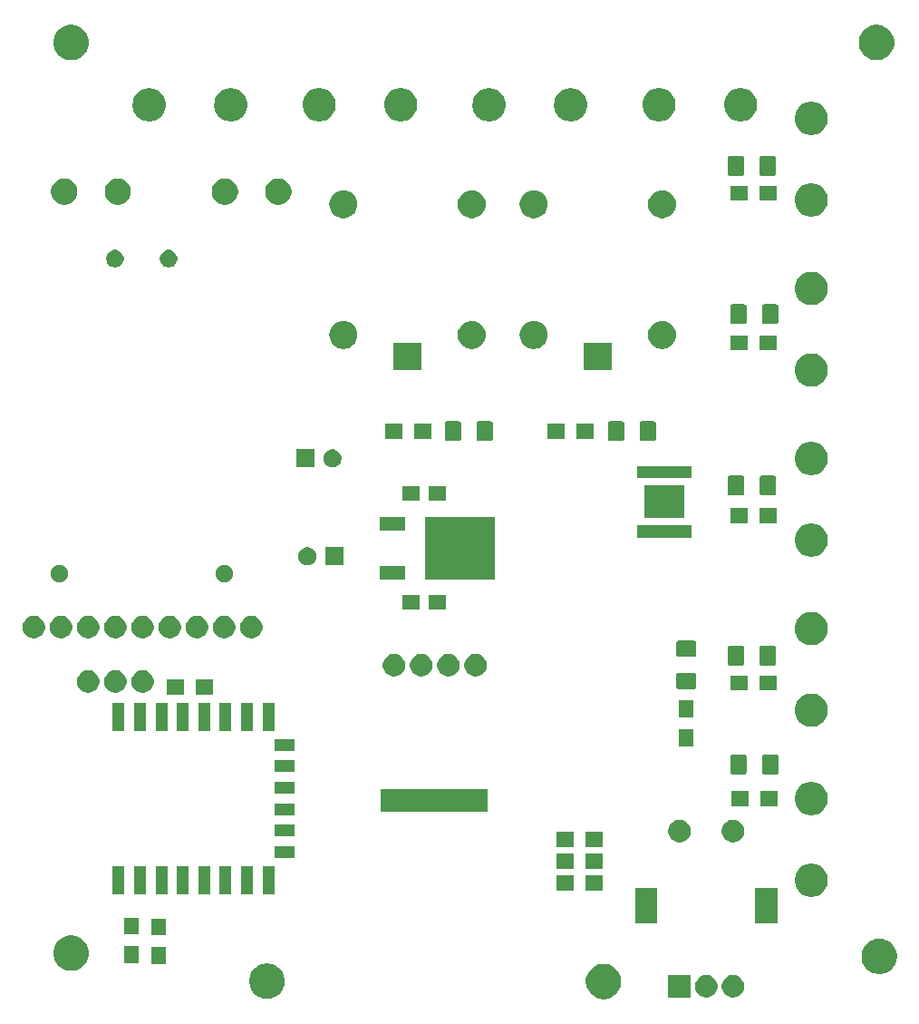
<source format=gbr>
G04 #@! TF.GenerationSoftware,KiCad,Pcbnew,5.0.0-fee4fd1~66~ubuntu16.04.1*
G04 #@! TF.CreationDate,2019-07-26T21:19:50+02:00*
G04 #@! TF.ProjectId,master_module,6D61737465725F6D6F64756C652E6B69,rev?*
G04 #@! TF.SameCoordinates,Original*
G04 #@! TF.FileFunction,Soldermask,Top*
G04 #@! TF.FilePolarity,Negative*
%FSLAX46Y46*%
G04 Gerber Fmt 4.6, Leading zero omitted, Abs format (unit mm)*
G04 Created by KiCad (PCBNEW 5.0.0-fee4fd1~66~ubuntu16.04.1) date Fri Jul 26 21:19:50 2019*
%MOMM*%
%LPD*%
G01*
G04 APERTURE LIST*
%ADD10C,0.100000*%
G04 APERTURE END LIST*
D10*
G36*
X150133656Y-131030098D02*
X150239979Y-131051247D01*
X150540442Y-131175703D01*
X150700144Y-131282413D01*
X150810854Y-131356387D01*
X151040813Y-131586346D01*
X151040815Y-131586349D01*
X151221497Y-131856758D01*
X151316200Y-132085390D01*
X151345953Y-132157222D01*
X151409400Y-132476189D01*
X151409400Y-132801411D01*
X151367102Y-133014056D01*
X151351006Y-133094978D01*
X151345953Y-133120378D01*
X151221498Y-133420840D01*
X151040813Y-133691254D01*
X150810854Y-133921213D01*
X150810851Y-133921215D01*
X150540442Y-134101897D01*
X150540441Y-134101898D01*
X150540440Y-134101898D01*
X150452437Y-134138350D01*
X150239979Y-134226353D01*
X150133656Y-134247502D01*
X149921011Y-134289800D01*
X149595789Y-134289800D01*
X149383144Y-134247502D01*
X149276821Y-134226353D01*
X149064363Y-134138350D01*
X148976360Y-134101898D01*
X148976359Y-134101898D01*
X148976358Y-134101897D01*
X148705949Y-133921215D01*
X148705946Y-133921213D01*
X148475987Y-133691254D01*
X148295302Y-133420840D01*
X148170847Y-133120378D01*
X148165795Y-133094978D01*
X148149698Y-133014056D01*
X148107400Y-132801411D01*
X148107400Y-132476189D01*
X148170847Y-132157222D01*
X148200601Y-132085390D01*
X148295303Y-131856758D01*
X148475985Y-131586349D01*
X148475987Y-131586346D01*
X148705946Y-131356387D01*
X148816656Y-131282413D01*
X148976358Y-131175703D01*
X149276821Y-131051247D01*
X149383144Y-131030098D01*
X149595789Y-130987800D01*
X149921011Y-130987800D01*
X150133656Y-131030098D01*
X150133656Y-131030098D01*
G37*
G36*
X118603504Y-130987800D02*
X118794779Y-131025847D01*
X119095242Y-131150303D01*
X119292958Y-131282413D01*
X119365654Y-131330987D01*
X119595613Y-131560946D01*
X119595615Y-131560949D01*
X119776297Y-131831358D01*
X119900753Y-132131821D01*
X119907276Y-132164615D01*
X119964200Y-132450789D01*
X119964200Y-132776011D01*
X119921902Y-132988656D01*
X119900753Y-133094979D01*
X119776297Y-133395442D01*
X119759325Y-133420842D01*
X119595613Y-133665854D01*
X119365654Y-133895813D01*
X119365651Y-133895815D01*
X119095242Y-134076497D01*
X119095241Y-134076498D01*
X119095240Y-134076498D01*
X119007237Y-134112950D01*
X118794779Y-134200953D01*
X118688456Y-134222102D01*
X118475811Y-134264400D01*
X118150589Y-134264400D01*
X117937944Y-134222102D01*
X117831621Y-134200953D01*
X117619163Y-134112950D01*
X117531160Y-134076498D01*
X117531159Y-134076498D01*
X117531158Y-134076497D01*
X117260749Y-133895815D01*
X117260746Y-133895813D01*
X117030787Y-133665854D01*
X116867075Y-133420842D01*
X116850103Y-133395442D01*
X116725647Y-133094979D01*
X116704498Y-132988656D01*
X116662200Y-132776011D01*
X116662200Y-132450789D01*
X116719124Y-132164615D01*
X116725647Y-132131821D01*
X116850103Y-131831358D01*
X117030785Y-131560949D01*
X117030787Y-131560946D01*
X117260746Y-131330987D01*
X117333442Y-131282413D01*
X117531158Y-131150303D01*
X117831621Y-131025847D01*
X118022896Y-130987800D01*
X118150589Y-130962400D01*
X118475811Y-130962400D01*
X118603504Y-130987800D01*
X118603504Y-130987800D01*
G37*
G36*
X162151565Y-132085389D02*
X162342834Y-132164615D01*
X162514976Y-132279637D01*
X162661363Y-132426024D01*
X162776385Y-132598166D01*
X162855611Y-132789435D01*
X162896000Y-132992484D01*
X162896000Y-133199516D01*
X162855611Y-133402565D01*
X162776385Y-133593834D01*
X162661363Y-133765976D01*
X162514976Y-133912363D01*
X162342834Y-134027385D01*
X162151565Y-134106611D01*
X161948516Y-134147000D01*
X161741484Y-134147000D01*
X161538435Y-134106611D01*
X161347166Y-134027385D01*
X161175024Y-133912363D01*
X161028637Y-133765976D01*
X160913615Y-133593834D01*
X160834389Y-133402565D01*
X160794000Y-133199516D01*
X160794000Y-132992484D01*
X160834389Y-132789435D01*
X160913615Y-132598166D01*
X161028637Y-132426024D01*
X161175024Y-132279637D01*
X161347166Y-132164615D01*
X161538435Y-132085389D01*
X161741484Y-132045000D01*
X161948516Y-132045000D01*
X162151565Y-132085389D01*
X162151565Y-132085389D01*
G37*
G36*
X157896000Y-134147000D02*
X155794000Y-134147000D01*
X155794000Y-132045000D01*
X157896000Y-132045000D01*
X157896000Y-134147000D01*
X157896000Y-134147000D01*
G37*
G36*
X159651565Y-132085389D02*
X159842834Y-132164615D01*
X160014976Y-132279637D01*
X160161363Y-132426024D01*
X160276385Y-132598166D01*
X160355611Y-132789435D01*
X160396000Y-132992484D01*
X160396000Y-133199516D01*
X160355611Y-133402565D01*
X160276385Y-133593834D01*
X160161363Y-133765976D01*
X160014976Y-133912363D01*
X159842834Y-134027385D01*
X159651565Y-134106611D01*
X159448516Y-134147000D01*
X159241484Y-134147000D01*
X159038435Y-134106611D01*
X158847166Y-134027385D01*
X158675024Y-133912363D01*
X158528637Y-133765976D01*
X158413615Y-133593834D01*
X158334389Y-133402565D01*
X158294000Y-133199516D01*
X158294000Y-132992484D01*
X158334389Y-132789435D01*
X158413615Y-132598166D01*
X158528637Y-132426024D01*
X158675024Y-132279637D01*
X158847166Y-132164615D01*
X159038435Y-132085389D01*
X159241484Y-132045000D01*
X159448516Y-132045000D01*
X159651565Y-132085389D01*
X159651565Y-132085389D01*
G37*
G36*
X175889256Y-128693298D02*
X175995579Y-128714447D01*
X176296042Y-128838903D01*
X176458637Y-128947546D01*
X176566454Y-129019587D01*
X176796413Y-129249546D01*
X176796415Y-129249549D01*
X176977097Y-129519958D01*
X177101553Y-129820421D01*
X177122702Y-129926744D01*
X177165000Y-130139389D01*
X177165000Y-130464611D01*
X177122702Y-130677256D01*
X177101553Y-130783579D01*
X177016962Y-130987800D01*
X176988713Y-131056000D01*
X176977097Y-131084042D01*
X176812093Y-131330987D01*
X176796413Y-131354454D01*
X176566454Y-131584413D01*
X176566451Y-131584415D01*
X176296042Y-131765097D01*
X175995579Y-131889553D01*
X175889256Y-131910702D01*
X175676611Y-131953000D01*
X175351389Y-131953000D01*
X175138744Y-131910702D01*
X175032421Y-131889553D01*
X174731958Y-131765097D01*
X174461549Y-131584415D01*
X174461546Y-131584413D01*
X174231587Y-131354454D01*
X174215907Y-131330987D01*
X174050903Y-131084042D01*
X174039288Y-131056000D01*
X174011038Y-130987800D01*
X173926447Y-130783579D01*
X173905298Y-130677256D01*
X173863000Y-130464611D01*
X173863000Y-130139389D01*
X173905298Y-129926744D01*
X173926447Y-129820421D01*
X174050903Y-129519958D01*
X174231585Y-129249549D01*
X174231587Y-129249546D01*
X174461546Y-129019587D01*
X174569363Y-128947546D01*
X174731958Y-128838903D01*
X175032421Y-128714447D01*
X175138744Y-128693298D01*
X175351389Y-128651000D01*
X175676611Y-128651000D01*
X175889256Y-128693298D01*
X175889256Y-128693298D01*
G37*
G36*
X100375256Y-128391298D02*
X100481579Y-128412447D01*
X100782042Y-128536903D01*
X100952800Y-128651000D01*
X101052454Y-128717587D01*
X101282413Y-128947546D01*
X101463098Y-129217960D01*
X101587553Y-129518422D01*
X101647625Y-129820421D01*
X101651000Y-129837391D01*
X101651000Y-130162609D01*
X101587553Y-130481579D01*
X101463097Y-130782042D01*
X101300191Y-131025847D01*
X101282413Y-131052454D01*
X101052454Y-131282413D01*
X101052451Y-131282415D01*
X100782042Y-131463097D01*
X100481579Y-131587553D01*
X100375256Y-131608702D01*
X100162611Y-131651000D01*
X99837389Y-131651000D01*
X99624744Y-131608702D01*
X99518421Y-131587553D01*
X99217958Y-131463097D01*
X98947549Y-131282415D01*
X98947546Y-131282413D01*
X98717587Y-131052454D01*
X98699809Y-131025847D01*
X98536903Y-130782042D01*
X98412447Y-130481579D01*
X98349000Y-130162609D01*
X98349000Y-129837391D01*
X98352376Y-129820421D01*
X98412447Y-129518422D01*
X98536902Y-129217960D01*
X98717587Y-128947546D01*
X98947546Y-128717587D01*
X99047200Y-128651000D01*
X99217958Y-128536903D01*
X99518421Y-128412447D01*
X99624744Y-128391298D01*
X99837389Y-128349000D01*
X100162611Y-128349000D01*
X100375256Y-128391298D01*
X100375256Y-128391298D01*
G37*
G36*
X108905000Y-131056000D02*
X107503000Y-131056000D01*
X107503000Y-129454000D01*
X108905000Y-129454000D01*
X108905000Y-131056000D01*
X108905000Y-131056000D01*
G37*
G36*
X106365000Y-130976000D02*
X104963000Y-130976000D01*
X104963000Y-129374000D01*
X106365000Y-129374000D01*
X106365000Y-130976000D01*
X106365000Y-130976000D01*
G37*
G36*
X108905000Y-128356000D02*
X107503000Y-128356000D01*
X107503000Y-126754000D01*
X108905000Y-126754000D01*
X108905000Y-128356000D01*
X108905000Y-128356000D01*
G37*
G36*
X106365000Y-128276000D02*
X104963000Y-128276000D01*
X104963000Y-126674000D01*
X106365000Y-126674000D01*
X106365000Y-128276000D01*
X106365000Y-128276000D01*
G37*
G36*
X154796000Y-127247000D02*
X152694000Y-127247000D01*
X152694000Y-123945000D01*
X154796000Y-123945000D01*
X154796000Y-127247000D01*
X154796000Y-127247000D01*
G37*
G36*
X165996000Y-127247000D02*
X163894000Y-127247000D01*
X163894000Y-123945000D01*
X165996000Y-123945000D01*
X165996000Y-127247000D01*
X165996000Y-127247000D01*
G37*
G36*
X169516527Y-121678736D02*
X169616410Y-121698604D01*
X169898674Y-121815521D01*
X170152705Y-121985259D01*
X170368741Y-122201295D01*
X170538479Y-122455326D01*
X170655396Y-122737590D01*
X170715000Y-123037240D01*
X170715000Y-123342760D01*
X170655396Y-123642410D01*
X170538479Y-123924674D01*
X170368741Y-124178705D01*
X170152705Y-124394741D01*
X169898674Y-124564479D01*
X169616410Y-124681396D01*
X169516527Y-124701264D01*
X169316762Y-124741000D01*
X169011238Y-124741000D01*
X168811473Y-124701264D01*
X168711590Y-124681396D01*
X168429326Y-124564479D01*
X168175295Y-124394741D01*
X167959259Y-124178705D01*
X167789521Y-123924674D01*
X167672604Y-123642410D01*
X167613000Y-123342760D01*
X167613000Y-123037240D01*
X167672604Y-122737590D01*
X167789521Y-122455326D01*
X167959259Y-122201295D01*
X168175295Y-121985259D01*
X168429326Y-121815521D01*
X168711590Y-121698604D01*
X168811473Y-121678736D01*
X169011238Y-121639000D01*
X169316762Y-121639000D01*
X169516527Y-121678736D01*
X169516527Y-121678736D01*
G37*
G36*
X109001000Y-124471000D02*
X107899000Y-124471000D01*
X107899000Y-121869000D01*
X109001000Y-121869000D01*
X109001000Y-124471000D01*
X109001000Y-124471000D01*
G37*
G36*
X105001000Y-124471000D02*
X103899000Y-124471000D01*
X103899000Y-121869000D01*
X105001000Y-121869000D01*
X105001000Y-124471000D01*
X105001000Y-124471000D01*
G37*
G36*
X119001000Y-124471000D02*
X117899000Y-124471000D01*
X117899000Y-121869000D01*
X119001000Y-121869000D01*
X119001000Y-124471000D01*
X119001000Y-124471000D01*
G37*
G36*
X117001000Y-124471000D02*
X115899000Y-124471000D01*
X115899000Y-121869000D01*
X117001000Y-121869000D01*
X117001000Y-124471000D01*
X117001000Y-124471000D01*
G37*
G36*
X113001000Y-124471000D02*
X111899000Y-124471000D01*
X111899000Y-121869000D01*
X113001000Y-121869000D01*
X113001000Y-124471000D01*
X113001000Y-124471000D01*
G37*
G36*
X111001000Y-124471000D02*
X109899000Y-124471000D01*
X109899000Y-121869000D01*
X111001000Y-121869000D01*
X111001000Y-124471000D01*
X111001000Y-124471000D01*
G37*
G36*
X107001000Y-124471000D02*
X105899000Y-124471000D01*
X105899000Y-121869000D01*
X107001000Y-121869000D01*
X107001000Y-124471000D01*
X107001000Y-124471000D01*
G37*
G36*
X115001000Y-124471000D02*
X113899000Y-124471000D01*
X113899000Y-121869000D01*
X115001000Y-121869000D01*
X115001000Y-124471000D01*
X115001000Y-124471000D01*
G37*
G36*
X149645000Y-124145000D02*
X148043000Y-124145000D01*
X148043000Y-122743000D01*
X149645000Y-122743000D01*
X149645000Y-124145000D01*
X149645000Y-124145000D01*
G37*
G36*
X146945000Y-124145000D02*
X145343000Y-124145000D01*
X145343000Y-122743000D01*
X146945000Y-122743000D01*
X146945000Y-124145000D01*
X146945000Y-124145000D01*
G37*
G36*
X146945000Y-122113000D02*
X145343000Y-122113000D01*
X145343000Y-120711000D01*
X146945000Y-120711000D01*
X146945000Y-122113000D01*
X146945000Y-122113000D01*
G37*
G36*
X149645000Y-122113000D02*
X148043000Y-122113000D01*
X148043000Y-120711000D01*
X149645000Y-120711000D01*
X149645000Y-122113000D01*
X149645000Y-122113000D01*
G37*
G36*
X120901000Y-121121000D02*
X118999000Y-121121000D01*
X118999000Y-120019000D01*
X120901000Y-120019000D01*
X120901000Y-121121000D01*
X120901000Y-121121000D01*
G37*
G36*
X146945000Y-120081000D02*
X145343000Y-120081000D01*
X145343000Y-118679000D01*
X146945000Y-118679000D01*
X146945000Y-120081000D01*
X146945000Y-120081000D01*
G37*
G36*
X149645000Y-120081000D02*
X148043000Y-120081000D01*
X148043000Y-118679000D01*
X149645000Y-118679000D01*
X149645000Y-120081000D01*
X149645000Y-120081000D01*
G37*
G36*
X162151565Y-117585389D02*
X162342834Y-117664615D01*
X162514976Y-117779637D01*
X162661363Y-117926024D01*
X162776385Y-118098166D01*
X162855611Y-118289435D01*
X162896000Y-118492484D01*
X162896000Y-118699516D01*
X162855611Y-118902565D01*
X162776385Y-119093834D01*
X162661363Y-119265976D01*
X162514976Y-119412363D01*
X162342834Y-119527385D01*
X162151565Y-119606611D01*
X161948516Y-119647000D01*
X161741484Y-119647000D01*
X161538435Y-119606611D01*
X161347166Y-119527385D01*
X161175024Y-119412363D01*
X161028637Y-119265976D01*
X160913615Y-119093834D01*
X160834389Y-118902565D01*
X160794000Y-118699516D01*
X160794000Y-118492484D01*
X160834389Y-118289435D01*
X160913615Y-118098166D01*
X161028637Y-117926024D01*
X161175024Y-117779637D01*
X161347166Y-117664615D01*
X161538435Y-117585389D01*
X161741484Y-117545000D01*
X161948516Y-117545000D01*
X162151565Y-117585389D01*
X162151565Y-117585389D01*
G37*
G36*
X157151565Y-117585389D02*
X157342834Y-117664615D01*
X157514976Y-117779637D01*
X157661363Y-117926024D01*
X157776385Y-118098166D01*
X157855611Y-118289435D01*
X157896000Y-118492484D01*
X157896000Y-118699516D01*
X157855611Y-118902565D01*
X157776385Y-119093834D01*
X157661363Y-119265976D01*
X157514976Y-119412363D01*
X157342834Y-119527385D01*
X157151565Y-119606611D01*
X156948516Y-119647000D01*
X156741484Y-119647000D01*
X156538435Y-119606611D01*
X156347166Y-119527385D01*
X156175024Y-119412363D01*
X156028637Y-119265976D01*
X155913615Y-119093834D01*
X155834389Y-118902565D01*
X155794000Y-118699516D01*
X155794000Y-118492484D01*
X155834389Y-118289435D01*
X155913615Y-118098166D01*
X156028637Y-117926024D01*
X156175024Y-117779637D01*
X156347166Y-117664615D01*
X156538435Y-117585389D01*
X156741484Y-117545000D01*
X156948516Y-117545000D01*
X157151565Y-117585389D01*
X157151565Y-117585389D01*
G37*
G36*
X120901000Y-119121000D02*
X118999000Y-119121000D01*
X118999000Y-118019000D01*
X120901000Y-118019000D01*
X120901000Y-119121000D01*
X120901000Y-119121000D01*
G37*
G36*
X120901000Y-117121000D02*
X118999000Y-117121000D01*
X118999000Y-116019000D01*
X120901000Y-116019000D01*
X120901000Y-117121000D01*
X120901000Y-117121000D01*
G37*
G36*
X169516527Y-114058736D02*
X169616410Y-114078604D01*
X169898674Y-114195521D01*
X170152705Y-114365259D01*
X170368741Y-114581295D01*
X170538479Y-114835326D01*
X170655396Y-115117590D01*
X170715000Y-115417240D01*
X170715000Y-115722760D01*
X170655396Y-116022410D01*
X170538479Y-116304674D01*
X170368741Y-116558705D01*
X170152705Y-116774741D01*
X169898674Y-116944479D01*
X169616410Y-117061396D01*
X169516527Y-117081264D01*
X169316762Y-117121000D01*
X169011238Y-117121000D01*
X168811473Y-117081264D01*
X168711590Y-117061396D01*
X168429326Y-116944479D01*
X168175295Y-116774741D01*
X167959259Y-116558705D01*
X167789521Y-116304674D01*
X167672604Y-116022410D01*
X167613000Y-115722760D01*
X167613000Y-115417240D01*
X167672604Y-115117590D01*
X167789521Y-114835326D01*
X167959259Y-114581295D01*
X168175295Y-114365259D01*
X168429326Y-114195521D01*
X168711590Y-114078604D01*
X168811473Y-114058736D01*
X169011238Y-114019000D01*
X169316762Y-114019000D01*
X169516527Y-114058736D01*
X169516527Y-114058736D01*
G37*
G36*
X138936000Y-116811000D02*
X128944000Y-116811000D01*
X128944000Y-114709000D01*
X138936000Y-114709000D01*
X138936000Y-116811000D01*
X138936000Y-116811000D01*
G37*
G36*
X165981000Y-116271000D02*
X164379000Y-116271000D01*
X164379000Y-114869000D01*
X165981000Y-114869000D01*
X165981000Y-116271000D01*
X165981000Y-116271000D01*
G37*
G36*
X163281000Y-116271000D02*
X161679000Y-116271000D01*
X161679000Y-114869000D01*
X163281000Y-114869000D01*
X163281000Y-116271000D01*
X163281000Y-116271000D01*
G37*
G36*
X120901000Y-115121000D02*
X118999000Y-115121000D01*
X118999000Y-114019000D01*
X120901000Y-114019000D01*
X120901000Y-115121000D01*
X120901000Y-115121000D01*
G37*
G36*
X165930562Y-111473181D02*
X165965477Y-111483773D01*
X165997665Y-111500978D01*
X166025873Y-111524127D01*
X166049022Y-111552335D01*
X166066227Y-111584523D01*
X166076819Y-111619438D01*
X166081000Y-111661895D01*
X166081000Y-113128105D01*
X166076819Y-113170562D01*
X166066227Y-113205477D01*
X166049022Y-113237665D01*
X166025873Y-113265873D01*
X165997665Y-113289022D01*
X165965477Y-113306227D01*
X165930562Y-113316819D01*
X165888105Y-113321000D01*
X164746895Y-113321000D01*
X164704438Y-113316819D01*
X164669523Y-113306227D01*
X164637335Y-113289022D01*
X164609127Y-113265873D01*
X164585978Y-113237665D01*
X164568773Y-113205477D01*
X164558181Y-113170562D01*
X164554000Y-113128105D01*
X164554000Y-111661895D01*
X164558181Y-111619438D01*
X164568773Y-111584523D01*
X164585978Y-111552335D01*
X164609127Y-111524127D01*
X164637335Y-111500978D01*
X164669523Y-111483773D01*
X164704438Y-111473181D01*
X164746895Y-111469000D01*
X165888105Y-111469000D01*
X165930562Y-111473181D01*
X165930562Y-111473181D01*
G37*
G36*
X162955562Y-111473181D02*
X162990477Y-111483773D01*
X163022665Y-111500978D01*
X163050873Y-111524127D01*
X163074022Y-111552335D01*
X163091227Y-111584523D01*
X163101819Y-111619438D01*
X163106000Y-111661895D01*
X163106000Y-113128105D01*
X163101819Y-113170562D01*
X163091227Y-113205477D01*
X163074022Y-113237665D01*
X163050873Y-113265873D01*
X163022665Y-113289022D01*
X162990477Y-113306227D01*
X162955562Y-113316819D01*
X162913105Y-113321000D01*
X161771895Y-113321000D01*
X161729438Y-113316819D01*
X161694523Y-113306227D01*
X161662335Y-113289022D01*
X161634127Y-113265873D01*
X161610978Y-113237665D01*
X161593773Y-113205477D01*
X161583181Y-113170562D01*
X161579000Y-113128105D01*
X161579000Y-111661895D01*
X161583181Y-111619438D01*
X161593773Y-111584523D01*
X161610978Y-111552335D01*
X161634127Y-111524127D01*
X161662335Y-111500978D01*
X161694523Y-111483773D01*
X161729438Y-111473181D01*
X161771895Y-111469000D01*
X162913105Y-111469000D01*
X162955562Y-111473181D01*
X162955562Y-111473181D01*
G37*
G36*
X120901000Y-113121000D02*
X118999000Y-113121000D01*
X118999000Y-112019000D01*
X120901000Y-112019000D01*
X120901000Y-113121000D01*
X120901000Y-113121000D01*
G37*
G36*
X120901000Y-111121000D02*
X118999000Y-111121000D01*
X118999000Y-110019000D01*
X120901000Y-110019000D01*
X120901000Y-111121000D01*
X120901000Y-111121000D01*
G37*
G36*
X158181000Y-110689000D02*
X156779000Y-110689000D01*
X156779000Y-109087000D01*
X158181000Y-109087000D01*
X158181000Y-110689000D01*
X158181000Y-110689000D01*
G37*
G36*
X105001000Y-109271000D02*
X103899000Y-109271000D01*
X103899000Y-106669000D01*
X105001000Y-106669000D01*
X105001000Y-109271000D01*
X105001000Y-109271000D01*
G37*
G36*
X117001000Y-109271000D02*
X115899000Y-109271000D01*
X115899000Y-106669000D01*
X117001000Y-106669000D01*
X117001000Y-109271000D01*
X117001000Y-109271000D01*
G37*
G36*
X107001000Y-109271000D02*
X105899000Y-109271000D01*
X105899000Y-106669000D01*
X107001000Y-106669000D01*
X107001000Y-109271000D01*
X107001000Y-109271000D01*
G37*
G36*
X109001000Y-109271000D02*
X107899000Y-109271000D01*
X107899000Y-106669000D01*
X109001000Y-106669000D01*
X109001000Y-109271000D01*
X109001000Y-109271000D01*
G37*
G36*
X111001000Y-109271000D02*
X109899000Y-109271000D01*
X109899000Y-106669000D01*
X111001000Y-106669000D01*
X111001000Y-109271000D01*
X111001000Y-109271000D01*
G37*
G36*
X113001000Y-109271000D02*
X111899000Y-109271000D01*
X111899000Y-106669000D01*
X113001000Y-106669000D01*
X113001000Y-109271000D01*
X113001000Y-109271000D01*
G37*
G36*
X115001000Y-109271000D02*
X113899000Y-109271000D01*
X113899000Y-106669000D01*
X115001000Y-106669000D01*
X115001000Y-109271000D01*
X115001000Y-109271000D01*
G37*
G36*
X119001000Y-109271000D02*
X117899000Y-109271000D01*
X117899000Y-106669000D01*
X119001000Y-106669000D01*
X119001000Y-109271000D01*
X119001000Y-109271000D01*
G37*
G36*
X169516527Y-105803736D02*
X169616410Y-105823604D01*
X169898674Y-105940521D01*
X170152705Y-106110259D01*
X170368741Y-106326295D01*
X170538479Y-106580326D01*
X170655396Y-106862590D01*
X170715000Y-107162240D01*
X170715000Y-107467760D01*
X170655396Y-107767410D01*
X170538479Y-108049674D01*
X170368741Y-108303705D01*
X170152705Y-108519741D01*
X169898674Y-108689479D01*
X169616410Y-108806396D01*
X169516527Y-108826264D01*
X169316762Y-108866000D01*
X169011238Y-108866000D01*
X168811473Y-108826264D01*
X168711590Y-108806396D01*
X168429326Y-108689479D01*
X168175295Y-108519741D01*
X167959259Y-108303705D01*
X167789521Y-108049674D01*
X167672604Y-107767410D01*
X167613000Y-107467760D01*
X167613000Y-107162240D01*
X167672604Y-106862590D01*
X167789521Y-106580326D01*
X167959259Y-106326295D01*
X168175295Y-106110259D01*
X168429326Y-105940521D01*
X168711590Y-105823604D01*
X168811473Y-105803736D01*
X169011238Y-105764000D01*
X169316762Y-105764000D01*
X169516527Y-105803736D01*
X169516527Y-105803736D01*
G37*
G36*
X158181000Y-107989000D02*
X156779000Y-107989000D01*
X156779000Y-106387000D01*
X158181000Y-106387000D01*
X158181000Y-107989000D01*
X158181000Y-107989000D01*
G37*
G36*
X110529000Y-105857000D02*
X108927000Y-105857000D01*
X108927000Y-104455000D01*
X110529000Y-104455000D01*
X110529000Y-105857000D01*
X110529000Y-105857000D01*
G37*
G36*
X113229000Y-105857000D02*
X111627000Y-105857000D01*
X111627000Y-104455000D01*
X113229000Y-104455000D01*
X113229000Y-105857000D01*
X113229000Y-105857000D01*
G37*
G36*
X101906565Y-103637389D02*
X102097834Y-103716615D01*
X102269976Y-103831637D01*
X102416363Y-103978024D01*
X102531385Y-104150166D01*
X102610611Y-104341435D01*
X102651000Y-104544484D01*
X102651000Y-104751516D01*
X102610611Y-104954565D01*
X102531385Y-105145834D01*
X102416363Y-105317976D01*
X102269976Y-105464363D01*
X102097834Y-105579385D01*
X101906565Y-105658611D01*
X101703516Y-105699000D01*
X101496484Y-105699000D01*
X101293435Y-105658611D01*
X101102166Y-105579385D01*
X100930024Y-105464363D01*
X100783637Y-105317976D01*
X100668615Y-105145834D01*
X100589389Y-104954565D01*
X100549000Y-104751516D01*
X100549000Y-104544484D01*
X100589389Y-104341435D01*
X100668615Y-104150166D01*
X100783637Y-103978024D01*
X100930024Y-103831637D01*
X101102166Y-103716615D01*
X101293435Y-103637389D01*
X101496484Y-103597000D01*
X101703516Y-103597000D01*
X101906565Y-103637389D01*
X101906565Y-103637389D01*
G37*
G36*
X104446565Y-103637389D02*
X104637834Y-103716615D01*
X104809976Y-103831637D01*
X104956363Y-103978024D01*
X105071385Y-104150166D01*
X105150611Y-104341435D01*
X105191000Y-104544484D01*
X105191000Y-104751516D01*
X105150611Y-104954565D01*
X105071385Y-105145834D01*
X104956363Y-105317976D01*
X104809976Y-105464363D01*
X104637834Y-105579385D01*
X104446565Y-105658611D01*
X104243516Y-105699000D01*
X104036484Y-105699000D01*
X103833435Y-105658611D01*
X103642166Y-105579385D01*
X103470024Y-105464363D01*
X103323637Y-105317976D01*
X103208615Y-105145834D01*
X103129389Y-104954565D01*
X103089000Y-104751516D01*
X103089000Y-104544484D01*
X103129389Y-104341435D01*
X103208615Y-104150166D01*
X103323637Y-103978024D01*
X103470024Y-103831637D01*
X103642166Y-103716615D01*
X103833435Y-103637389D01*
X104036484Y-103597000D01*
X104243516Y-103597000D01*
X104446565Y-103637389D01*
X104446565Y-103637389D01*
G37*
G36*
X106986565Y-103637389D02*
X107177834Y-103716615D01*
X107349976Y-103831637D01*
X107496363Y-103978024D01*
X107611385Y-104150166D01*
X107690611Y-104341435D01*
X107731000Y-104544484D01*
X107731000Y-104751516D01*
X107690611Y-104954565D01*
X107611385Y-105145834D01*
X107496363Y-105317976D01*
X107349976Y-105464363D01*
X107177834Y-105579385D01*
X106986565Y-105658611D01*
X106783516Y-105699000D01*
X106576484Y-105699000D01*
X106373435Y-105658611D01*
X106182166Y-105579385D01*
X106010024Y-105464363D01*
X105863637Y-105317976D01*
X105748615Y-105145834D01*
X105669389Y-104954565D01*
X105629000Y-104751516D01*
X105629000Y-104544484D01*
X105669389Y-104341435D01*
X105748615Y-104150166D01*
X105863637Y-103978024D01*
X106010024Y-103831637D01*
X106182166Y-103716615D01*
X106373435Y-103637389D01*
X106576484Y-103597000D01*
X106783516Y-103597000D01*
X106986565Y-103637389D01*
X106986565Y-103637389D01*
G37*
G36*
X163201000Y-105476000D02*
X161599000Y-105476000D01*
X161599000Y-104074000D01*
X163201000Y-104074000D01*
X163201000Y-105476000D01*
X163201000Y-105476000D01*
G37*
G36*
X165901000Y-105476000D02*
X164299000Y-105476000D01*
X164299000Y-104074000D01*
X165901000Y-104074000D01*
X165901000Y-105476000D01*
X165901000Y-105476000D01*
G37*
G36*
X158255562Y-103815681D02*
X158290477Y-103826273D01*
X158322665Y-103843478D01*
X158350873Y-103866627D01*
X158374022Y-103894835D01*
X158391227Y-103927023D01*
X158401819Y-103961938D01*
X158406000Y-104004395D01*
X158406000Y-105145605D01*
X158401819Y-105188062D01*
X158391227Y-105222977D01*
X158374022Y-105255165D01*
X158350873Y-105283373D01*
X158322665Y-105306522D01*
X158290477Y-105323727D01*
X158255562Y-105334319D01*
X158213105Y-105338500D01*
X156746895Y-105338500D01*
X156704438Y-105334319D01*
X156669523Y-105323727D01*
X156637335Y-105306522D01*
X156609127Y-105283373D01*
X156585978Y-105255165D01*
X156568773Y-105222977D01*
X156558181Y-105188062D01*
X156554000Y-105145605D01*
X156554000Y-104004395D01*
X156558181Y-103961938D01*
X156568773Y-103927023D01*
X156585978Y-103894835D01*
X156609127Y-103866627D01*
X156637335Y-103843478D01*
X156669523Y-103826273D01*
X156704438Y-103815681D01*
X156746895Y-103811500D01*
X158213105Y-103811500D01*
X158255562Y-103815681D01*
X158255562Y-103815681D01*
G37*
G36*
X135561565Y-102113389D02*
X135752834Y-102192615D01*
X135924976Y-102307637D01*
X136071363Y-102454024D01*
X136186385Y-102626166D01*
X136265611Y-102817435D01*
X136306000Y-103020484D01*
X136306000Y-103227516D01*
X136265611Y-103430565D01*
X136186385Y-103621834D01*
X136071363Y-103793976D01*
X135924976Y-103940363D01*
X135752834Y-104055385D01*
X135561565Y-104134611D01*
X135358516Y-104175000D01*
X135151484Y-104175000D01*
X134948435Y-104134611D01*
X134757166Y-104055385D01*
X134585024Y-103940363D01*
X134438637Y-103793976D01*
X134323615Y-103621834D01*
X134244389Y-103430565D01*
X134204000Y-103227516D01*
X134204000Y-103020484D01*
X134244389Y-102817435D01*
X134323615Y-102626166D01*
X134438637Y-102454024D01*
X134585024Y-102307637D01*
X134757166Y-102192615D01*
X134948435Y-102113389D01*
X135151484Y-102073000D01*
X135358516Y-102073000D01*
X135561565Y-102113389D01*
X135561565Y-102113389D01*
G37*
G36*
X130481565Y-102113389D02*
X130672834Y-102192615D01*
X130844976Y-102307637D01*
X130991363Y-102454024D01*
X131106385Y-102626166D01*
X131185611Y-102817435D01*
X131226000Y-103020484D01*
X131226000Y-103227516D01*
X131185611Y-103430565D01*
X131106385Y-103621834D01*
X130991363Y-103793976D01*
X130844976Y-103940363D01*
X130672834Y-104055385D01*
X130481565Y-104134611D01*
X130278516Y-104175000D01*
X130071484Y-104175000D01*
X129868435Y-104134611D01*
X129677166Y-104055385D01*
X129505024Y-103940363D01*
X129358637Y-103793976D01*
X129243615Y-103621834D01*
X129164389Y-103430565D01*
X129124000Y-103227516D01*
X129124000Y-103020484D01*
X129164389Y-102817435D01*
X129243615Y-102626166D01*
X129358637Y-102454024D01*
X129505024Y-102307637D01*
X129677166Y-102192615D01*
X129868435Y-102113389D01*
X130071484Y-102073000D01*
X130278516Y-102073000D01*
X130481565Y-102113389D01*
X130481565Y-102113389D01*
G37*
G36*
X133021565Y-102113389D02*
X133212834Y-102192615D01*
X133384976Y-102307637D01*
X133531363Y-102454024D01*
X133646385Y-102626166D01*
X133725611Y-102817435D01*
X133766000Y-103020484D01*
X133766000Y-103227516D01*
X133725611Y-103430565D01*
X133646385Y-103621834D01*
X133531363Y-103793976D01*
X133384976Y-103940363D01*
X133212834Y-104055385D01*
X133021565Y-104134611D01*
X132818516Y-104175000D01*
X132611484Y-104175000D01*
X132408435Y-104134611D01*
X132217166Y-104055385D01*
X132045024Y-103940363D01*
X131898637Y-103793976D01*
X131783615Y-103621834D01*
X131704389Y-103430565D01*
X131664000Y-103227516D01*
X131664000Y-103020484D01*
X131704389Y-102817435D01*
X131783615Y-102626166D01*
X131898637Y-102454024D01*
X132045024Y-102307637D01*
X132217166Y-102192615D01*
X132408435Y-102113389D01*
X132611484Y-102073000D01*
X132818516Y-102073000D01*
X133021565Y-102113389D01*
X133021565Y-102113389D01*
G37*
G36*
X138101565Y-102113389D02*
X138292834Y-102192615D01*
X138464976Y-102307637D01*
X138611363Y-102454024D01*
X138726385Y-102626166D01*
X138805611Y-102817435D01*
X138846000Y-103020484D01*
X138846000Y-103227516D01*
X138805611Y-103430565D01*
X138726385Y-103621834D01*
X138611363Y-103793976D01*
X138464976Y-103940363D01*
X138292834Y-104055385D01*
X138101565Y-104134611D01*
X137898516Y-104175000D01*
X137691484Y-104175000D01*
X137488435Y-104134611D01*
X137297166Y-104055385D01*
X137125024Y-103940363D01*
X136978637Y-103793976D01*
X136863615Y-103621834D01*
X136784389Y-103430565D01*
X136744000Y-103227516D01*
X136744000Y-103020484D01*
X136784389Y-102817435D01*
X136863615Y-102626166D01*
X136978637Y-102454024D01*
X137125024Y-102307637D01*
X137297166Y-102192615D01*
X137488435Y-102113389D01*
X137691484Y-102073000D01*
X137898516Y-102073000D01*
X138101565Y-102113389D01*
X138101565Y-102113389D01*
G37*
G36*
X165713062Y-101313181D02*
X165747977Y-101323773D01*
X165780165Y-101340978D01*
X165808373Y-101364127D01*
X165831522Y-101392335D01*
X165848727Y-101424523D01*
X165859319Y-101459438D01*
X165863500Y-101501895D01*
X165863500Y-102968105D01*
X165859319Y-103010562D01*
X165848727Y-103045477D01*
X165831522Y-103077665D01*
X165808373Y-103105873D01*
X165780165Y-103129022D01*
X165747977Y-103146227D01*
X165713062Y-103156819D01*
X165670605Y-103161000D01*
X164529395Y-103161000D01*
X164486938Y-103156819D01*
X164452023Y-103146227D01*
X164419835Y-103129022D01*
X164391627Y-103105873D01*
X164368478Y-103077665D01*
X164351273Y-103045477D01*
X164340681Y-103010562D01*
X164336500Y-102968105D01*
X164336500Y-101501895D01*
X164340681Y-101459438D01*
X164351273Y-101424523D01*
X164368478Y-101392335D01*
X164391627Y-101364127D01*
X164419835Y-101340978D01*
X164452023Y-101323773D01*
X164486938Y-101313181D01*
X164529395Y-101309000D01*
X165670605Y-101309000D01*
X165713062Y-101313181D01*
X165713062Y-101313181D01*
G37*
G36*
X162738062Y-101313181D02*
X162772977Y-101323773D01*
X162805165Y-101340978D01*
X162833373Y-101364127D01*
X162856522Y-101392335D01*
X162873727Y-101424523D01*
X162884319Y-101459438D01*
X162888500Y-101501895D01*
X162888500Y-102968105D01*
X162884319Y-103010562D01*
X162873727Y-103045477D01*
X162856522Y-103077665D01*
X162833373Y-103105873D01*
X162805165Y-103129022D01*
X162772977Y-103146227D01*
X162738062Y-103156819D01*
X162695605Y-103161000D01*
X161554395Y-103161000D01*
X161511938Y-103156819D01*
X161477023Y-103146227D01*
X161444835Y-103129022D01*
X161416627Y-103105873D01*
X161393478Y-103077665D01*
X161376273Y-103045477D01*
X161365681Y-103010562D01*
X161361500Y-102968105D01*
X161361500Y-101501895D01*
X161365681Y-101459438D01*
X161376273Y-101424523D01*
X161393478Y-101392335D01*
X161416627Y-101364127D01*
X161444835Y-101340978D01*
X161477023Y-101323773D01*
X161511938Y-101313181D01*
X161554395Y-101309000D01*
X162695605Y-101309000D01*
X162738062Y-101313181D01*
X162738062Y-101313181D01*
G37*
G36*
X158255562Y-100840681D02*
X158290477Y-100851273D01*
X158322665Y-100868478D01*
X158350873Y-100891627D01*
X158374022Y-100919835D01*
X158391227Y-100952023D01*
X158401819Y-100986938D01*
X158406000Y-101029395D01*
X158406000Y-102170605D01*
X158401819Y-102213062D01*
X158391227Y-102247977D01*
X158374022Y-102280165D01*
X158350873Y-102308373D01*
X158322665Y-102331522D01*
X158290477Y-102348727D01*
X158255562Y-102359319D01*
X158213105Y-102363500D01*
X156746895Y-102363500D01*
X156704438Y-102359319D01*
X156669523Y-102348727D01*
X156637335Y-102331522D01*
X156609127Y-102308373D01*
X156585978Y-102280165D01*
X156568773Y-102247977D01*
X156558181Y-102213062D01*
X156554000Y-102170605D01*
X156554000Y-101029395D01*
X156558181Y-100986938D01*
X156568773Y-100952023D01*
X156585978Y-100919835D01*
X156609127Y-100891627D01*
X156637335Y-100868478D01*
X156669523Y-100851273D01*
X156704438Y-100840681D01*
X156746895Y-100836500D01*
X158213105Y-100836500D01*
X158255562Y-100840681D01*
X158255562Y-100840681D01*
G37*
G36*
X169516527Y-98183736D02*
X169616410Y-98203604D01*
X169898674Y-98320521D01*
X170152705Y-98490259D01*
X170368741Y-98706295D01*
X170538479Y-98960326D01*
X170655396Y-99242590D01*
X170655396Y-99242591D01*
X170715000Y-99542238D01*
X170715000Y-99847762D01*
X170675264Y-100047527D01*
X170655396Y-100147410D01*
X170538479Y-100429674D01*
X170368741Y-100683705D01*
X170152705Y-100899741D01*
X169898674Y-101069479D01*
X169616410Y-101186396D01*
X169516527Y-101206264D01*
X169316762Y-101246000D01*
X169011238Y-101246000D01*
X168811473Y-101206264D01*
X168711590Y-101186396D01*
X168429326Y-101069479D01*
X168175295Y-100899741D01*
X167959259Y-100683705D01*
X167789521Y-100429674D01*
X167672604Y-100147410D01*
X167652736Y-100047527D01*
X167613000Y-99847762D01*
X167613000Y-99542238D01*
X167672604Y-99242591D01*
X167672604Y-99242590D01*
X167789521Y-98960326D01*
X167959259Y-98706295D01*
X168175295Y-98490259D01*
X168429326Y-98320521D01*
X168711590Y-98203604D01*
X168811473Y-98183736D01*
X169011238Y-98144000D01*
X169316762Y-98144000D01*
X169516527Y-98183736D01*
X169516527Y-98183736D01*
G37*
G36*
X112066565Y-98557389D02*
X112257834Y-98636615D01*
X112429976Y-98751637D01*
X112576363Y-98898024D01*
X112691385Y-99070166D01*
X112770611Y-99261435D01*
X112811000Y-99464484D01*
X112811000Y-99671516D01*
X112770611Y-99874565D01*
X112691385Y-100065834D01*
X112576363Y-100237976D01*
X112429976Y-100384363D01*
X112257834Y-100499385D01*
X112066565Y-100578611D01*
X111863516Y-100619000D01*
X111656484Y-100619000D01*
X111453435Y-100578611D01*
X111262166Y-100499385D01*
X111090024Y-100384363D01*
X110943637Y-100237976D01*
X110828615Y-100065834D01*
X110749389Y-99874565D01*
X110709000Y-99671516D01*
X110709000Y-99464484D01*
X110749389Y-99261435D01*
X110828615Y-99070166D01*
X110943637Y-98898024D01*
X111090024Y-98751637D01*
X111262166Y-98636615D01*
X111453435Y-98557389D01*
X111656484Y-98517000D01*
X111863516Y-98517000D01*
X112066565Y-98557389D01*
X112066565Y-98557389D01*
G37*
G36*
X109526565Y-98557389D02*
X109717834Y-98636615D01*
X109889976Y-98751637D01*
X110036363Y-98898024D01*
X110151385Y-99070166D01*
X110230611Y-99261435D01*
X110271000Y-99464484D01*
X110271000Y-99671516D01*
X110230611Y-99874565D01*
X110151385Y-100065834D01*
X110036363Y-100237976D01*
X109889976Y-100384363D01*
X109717834Y-100499385D01*
X109526565Y-100578611D01*
X109323516Y-100619000D01*
X109116484Y-100619000D01*
X108913435Y-100578611D01*
X108722166Y-100499385D01*
X108550024Y-100384363D01*
X108403637Y-100237976D01*
X108288615Y-100065834D01*
X108209389Y-99874565D01*
X108169000Y-99671516D01*
X108169000Y-99464484D01*
X108209389Y-99261435D01*
X108288615Y-99070166D01*
X108403637Y-98898024D01*
X108550024Y-98751637D01*
X108722166Y-98636615D01*
X108913435Y-98557389D01*
X109116484Y-98517000D01*
X109323516Y-98517000D01*
X109526565Y-98557389D01*
X109526565Y-98557389D01*
G37*
G36*
X106986565Y-98557389D02*
X107177834Y-98636615D01*
X107349976Y-98751637D01*
X107496363Y-98898024D01*
X107611385Y-99070166D01*
X107690611Y-99261435D01*
X107731000Y-99464484D01*
X107731000Y-99671516D01*
X107690611Y-99874565D01*
X107611385Y-100065834D01*
X107496363Y-100237976D01*
X107349976Y-100384363D01*
X107177834Y-100499385D01*
X106986565Y-100578611D01*
X106783516Y-100619000D01*
X106576484Y-100619000D01*
X106373435Y-100578611D01*
X106182166Y-100499385D01*
X106010024Y-100384363D01*
X105863637Y-100237976D01*
X105748615Y-100065834D01*
X105669389Y-99874565D01*
X105629000Y-99671516D01*
X105629000Y-99464484D01*
X105669389Y-99261435D01*
X105748615Y-99070166D01*
X105863637Y-98898024D01*
X106010024Y-98751637D01*
X106182166Y-98636615D01*
X106373435Y-98557389D01*
X106576484Y-98517000D01*
X106783516Y-98517000D01*
X106986565Y-98557389D01*
X106986565Y-98557389D01*
G37*
G36*
X117146565Y-98557389D02*
X117337834Y-98636615D01*
X117509976Y-98751637D01*
X117656363Y-98898024D01*
X117771385Y-99070166D01*
X117850611Y-99261435D01*
X117891000Y-99464484D01*
X117891000Y-99671516D01*
X117850611Y-99874565D01*
X117771385Y-100065834D01*
X117656363Y-100237976D01*
X117509976Y-100384363D01*
X117337834Y-100499385D01*
X117146565Y-100578611D01*
X116943516Y-100619000D01*
X116736484Y-100619000D01*
X116533435Y-100578611D01*
X116342166Y-100499385D01*
X116170024Y-100384363D01*
X116023637Y-100237976D01*
X115908615Y-100065834D01*
X115829389Y-99874565D01*
X115789000Y-99671516D01*
X115789000Y-99464484D01*
X115829389Y-99261435D01*
X115908615Y-99070166D01*
X116023637Y-98898024D01*
X116170024Y-98751637D01*
X116342166Y-98636615D01*
X116533435Y-98557389D01*
X116736484Y-98517000D01*
X116943516Y-98517000D01*
X117146565Y-98557389D01*
X117146565Y-98557389D01*
G37*
G36*
X114606565Y-98557389D02*
X114797834Y-98636615D01*
X114969976Y-98751637D01*
X115116363Y-98898024D01*
X115231385Y-99070166D01*
X115310611Y-99261435D01*
X115351000Y-99464484D01*
X115351000Y-99671516D01*
X115310611Y-99874565D01*
X115231385Y-100065834D01*
X115116363Y-100237976D01*
X114969976Y-100384363D01*
X114797834Y-100499385D01*
X114606565Y-100578611D01*
X114403516Y-100619000D01*
X114196484Y-100619000D01*
X113993435Y-100578611D01*
X113802166Y-100499385D01*
X113630024Y-100384363D01*
X113483637Y-100237976D01*
X113368615Y-100065834D01*
X113289389Y-99874565D01*
X113249000Y-99671516D01*
X113249000Y-99464484D01*
X113289389Y-99261435D01*
X113368615Y-99070166D01*
X113483637Y-98898024D01*
X113630024Y-98751637D01*
X113802166Y-98636615D01*
X113993435Y-98557389D01*
X114196484Y-98517000D01*
X114403516Y-98517000D01*
X114606565Y-98557389D01*
X114606565Y-98557389D01*
G37*
G36*
X99366565Y-98557389D02*
X99557834Y-98636615D01*
X99729976Y-98751637D01*
X99876363Y-98898024D01*
X99991385Y-99070166D01*
X100070611Y-99261435D01*
X100111000Y-99464484D01*
X100111000Y-99671516D01*
X100070611Y-99874565D01*
X99991385Y-100065834D01*
X99876363Y-100237976D01*
X99729976Y-100384363D01*
X99557834Y-100499385D01*
X99366565Y-100578611D01*
X99163516Y-100619000D01*
X98956484Y-100619000D01*
X98753435Y-100578611D01*
X98562166Y-100499385D01*
X98390024Y-100384363D01*
X98243637Y-100237976D01*
X98128615Y-100065834D01*
X98049389Y-99874565D01*
X98009000Y-99671516D01*
X98009000Y-99464484D01*
X98049389Y-99261435D01*
X98128615Y-99070166D01*
X98243637Y-98898024D01*
X98390024Y-98751637D01*
X98562166Y-98636615D01*
X98753435Y-98557389D01*
X98956484Y-98517000D01*
X99163516Y-98517000D01*
X99366565Y-98557389D01*
X99366565Y-98557389D01*
G37*
G36*
X96826565Y-98557389D02*
X97017834Y-98636615D01*
X97189976Y-98751637D01*
X97336363Y-98898024D01*
X97451385Y-99070166D01*
X97530611Y-99261435D01*
X97571000Y-99464484D01*
X97571000Y-99671516D01*
X97530611Y-99874565D01*
X97451385Y-100065834D01*
X97336363Y-100237976D01*
X97189976Y-100384363D01*
X97017834Y-100499385D01*
X96826565Y-100578611D01*
X96623516Y-100619000D01*
X96416484Y-100619000D01*
X96213435Y-100578611D01*
X96022166Y-100499385D01*
X95850024Y-100384363D01*
X95703637Y-100237976D01*
X95588615Y-100065834D01*
X95509389Y-99874565D01*
X95469000Y-99671516D01*
X95469000Y-99464484D01*
X95509389Y-99261435D01*
X95588615Y-99070166D01*
X95703637Y-98898024D01*
X95850024Y-98751637D01*
X96022166Y-98636615D01*
X96213435Y-98557389D01*
X96416484Y-98517000D01*
X96623516Y-98517000D01*
X96826565Y-98557389D01*
X96826565Y-98557389D01*
G37*
G36*
X104446565Y-98557389D02*
X104637834Y-98636615D01*
X104809976Y-98751637D01*
X104956363Y-98898024D01*
X105071385Y-99070166D01*
X105150611Y-99261435D01*
X105191000Y-99464484D01*
X105191000Y-99671516D01*
X105150611Y-99874565D01*
X105071385Y-100065834D01*
X104956363Y-100237976D01*
X104809976Y-100384363D01*
X104637834Y-100499385D01*
X104446565Y-100578611D01*
X104243516Y-100619000D01*
X104036484Y-100619000D01*
X103833435Y-100578611D01*
X103642166Y-100499385D01*
X103470024Y-100384363D01*
X103323637Y-100237976D01*
X103208615Y-100065834D01*
X103129389Y-99874565D01*
X103089000Y-99671516D01*
X103089000Y-99464484D01*
X103129389Y-99261435D01*
X103208615Y-99070166D01*
X103323637Y-98898024D01*
X103470024Y-98751637D01*
X103642166Y-98636615D01*
X103833435Y-98557389D01*
X104036484Y-98517000D01*
X104243516Y-98517000D01*
X104446565Y-98557389D01*
X104446565Y-98557389D01*
G37*
G36*
X101906565Y-98557389D02*
X102097834Y-98636615D01*
X102269976Y-98751637D01*
X102416363Y-98898024D01*
X102531385Y-99070166D01*
X102610611Y-99261435D01*
X102651000Y-99464484D01*
X102651000Y-99671516D01*
X102610611Y-99874565D01*
X102531385Y-100065834D01*
X102416363Y-100237976D01*
X102269976Y-100384363D01*
X102097834Y-100499385D01*
X101906565Y-100578611D01*
X101703516Y-100619000D01*
X101496484Y-100619000D01*
X101293435Y-100578611D01*
X101102166Y-100499385D01*
X100930024Y-100384363D01*
X100783637Y-100237976D01*
X100668615Y-100065834D01*
X100589389Y-99874565D01*
X100549000Y-99671516D01*
X100549000Y-99464484D01*
X100589389Y-99261435D01*
X100668615Y-99070166D01*
X100783637Y-98898024D01*
X100930024Y-98751637D01*
X101102166Y-98636615D01*
X101293435Y-98557389D01*
X101496484Y-98517000D01*
X101703516Y-98517000D01*
X101906565Y-98557389D01*
X101906565Y-98557389D01*
G37*
G36*
X132540000Y-97958000D02*
X130938000Y-97958000D01*
X130938000Y-96606000D01*
X132540000Y-96606000D01*
X132540000Y-97958000D01*
X132540000Y-97958000D01*
G37*
G36*
X135040000Y-97958000D02*
X133438000Y-97958000D01*
X133438000Y-96606000D01*
X135040000Y-96606000D01*
X135040000Y-97958000D01*
X135040000Y-97958000D01*
G37*
G36*
X114557142Y-93783242D02*
X114705102Y-93844530D01*
X114838258Y-93933502D01*
X114951498Y-94046742D01*
X115040470Y-94179898D01*
X115101758Y-94327858D01*
X115133000Y-94484925D01*
X115133000Y-94645075D01*
X115101758Y-94802142D01*
X115040470Y-94950102D01*
X114951498Y-95083258D01*
X114838258Y-95196498D01*
X114705102Y-95285470D01*
X114557142Y-95346758D01*
X114400075Y-95378000D01*
X114239925Y-95378000D01*
X114082858Y-95346758D01*
X113934898Y-95285470D01*
X113801742Y-95196498D01*
X113688502Y-95083258D01*
X113599530Y-94950102D01*
X113538242Y-94802142D01*
X113507000Y-94645075D01*
X113507000Y-94484925D01*
X113538242Y-94327858D01*
X113599530Y-94179898D01*
X113688502Y-94046742D01*
X113801742Y-93933502D01*
X113934898Y-93844530D01*
X114082858Y-93783242D01*
X114239925Y-93752000D01*
X114400075Y-93752000D01*
X114557142Y-93783242D01*
X114557142Y-93783242D01*
G37*
G36*
X99157142Y-93783242D02*
X99305102Y-93844530D01*
X99438258Y-93933502D01*
X99551498Y-94046742D01*
X99640470Y-94179898D01*
X99701758Y-94327858D01*
X99733000Y-94484925D01*
X99733000Y-94645075D01*
X99701758Y-94802142D01*
X99640470Y-94950102D01*
X99551498Y-95083258D01*
X99438258Y-95196498D01*
X99305102Y-95285470D01*
X99157142Y-95346758D01*
X99000075Y-95378000D01*
X98839925Y-95378000D01*
X98682858Y-95346758D01*
X98534898Y-95285470D01*
X98401742Y-95196498D01*
X98288502Y-95083258D01*
X98199530Y-94950102D01*
X98138242Y-94802142D01*
X98107000Y-94645075D01*
X98107000Y-94484925D01*
X98138242Y-94327858D01*
X98199530Y-94179898D01*
X98288502Y-94046742D01*
X98401742Y-93933502D01*
X98534898Y-93844530D01*
X98682858Y-93783242D01*
X98839925Y-93752000D01*
X99000075Y-93752000D01*
X99157142Y-93783242D01*
X99157142Y-93783242D01*
G37*
G36*
X139590000Y-95153000D02*
X133088000Y-95153000D01*
X133088000Y-89251000D01*
X139590000Y-89251000D01*
X139590000Y-95153000D01*
X139590000Y-95153000D01*
G37*
G36*
X131190000Y-95133000D02*
X128888000Y-95133000D01*
X128888000Y-93831000D01*
X131190000Y-93831000D01*
X131190000Y-95133000D01*
X131190000Y-95133000D01*
G37*
G36*
X122335228Y-92145703D02*
X122490100Y-92209853D01*
X122629481Y-92302985D01*
X122748015Y-92421519D01*
X122841147Y-92560900D01*
X122905297Y-92715772D01*
X122938000Y-92880184D01*
X122938000Y-93047816D01*
X122905297Y-93212228D01*
X122841147Y-93367100D01*
X122748015Y-93506481D01*
X122629481Y-93625015D01*
X122490100Y-93718147D01*
X122335228Y-93782297D01*
X122170816Y-93815000D01*
X122003184Y-93815000D01*
X121838772Y-93782297D01*
X121683900Y-93718147D01*
X121544519Y-93625015D01*
X121425985Y-93506481D01*
X121332853Y-93367100D01*
X121268703Y-93212228D01*
X121236000Y-93047816D01*
X121236000Y-92880184D01*
X121268703Y-92715772D01*
X121332853Y-92560900D01*
X121425985Y-92421519D01*
X121544519Y-92302985D01*
X121683900Y-92209853D01*
X121838772Y-92145703D01*
X122003184Y-92113000D01*
X122170816Y-92113000D01*
X122335228Y-92145703D01*
X122335228Y-92145703D01*
G37*
G36*
X125438000Y-93815000D02*
X123736000Y-93815000D01*
X123736000Y-92113000D01*
X125438000Y-92113000D01*
X125438000Y-93815000D01*
X125438000Y-93815000D01*
G37*
G36*
X169516527Y-89928736D02*
X169616410Y-89948604D01*
X169898674Y-90065521D01*
X170152705Y-90235259D01*
X170368741Y-90451295D01*
X170538479Y-90705326D01*
X170655396Y-90987590D01*
X170715000Y-91287240D01*
X170715000Y-91592760D01*
X170655396Y-91892410D01*
X170538479Y-92174674D01*
X170368741Y-92428705D01*
X170152705Y-92644741D01*
X169898674Y-92814479D01*
X169616410Y-92931396D01*
X169516527Y-92951264D01*
X169316762Y-92991000D01*
X169011238Y-92991000D01*
X168811473Y-92951264D01*
X168711590Y-92931396D01*
X168429326Y-92814479D01*
X168175295Y-92644741D01*
X167959259Y-92428705D01*
X167789521Y-92174674D01*
X167672604Y-91892410D01*
X167613000Y-91592760D01*
X167613000Y-91287240D01*
X167672604Y-90987590D01*
X167789521Y-90705326D01*
X167959259Y-90451295D01*
X168175295Y-90235259D01*
X168429326Y-90065521D01*
X168711590Y-89948604D01*
X168811473Y-89928736D01*
X169011238Y-89889000D01*
X169316762Y-89889000D01*
X169516527Y-89928736D01*
X169516527Y-89928736D01*
G37*
G36*
X157999000Y-91235000D02*
X152897000Y-91235000D01*
X152897000Y-90083000D01*
X157999000Y-90083000D01*
X157999000Y-91235000D01*
X157999000Y-91235000D01*
G37*
G36*
X131190000Y-90573000D02*
X128888000Y-90573000D01*
X128888000Y-89271000D01*
X131190000Y-89271000D01*
X131190000Y-90573000D01*
X131190000Y-90573000D01*
G37*
G36*
X165901000Y-89855000D02*
X164299000Y-89855000D01*
X164299000Y-88453000D01*
X165901000Y-88453000D01*
X165901000Y-89855000D01*
X165901000Y-89855000D01*
G37*
G36*
X163201000Y-89855000D02*
X161599000Y-89855000D01*
X161599000Y-88453000D01*
X163201000Y-88453000D01*
X163201000Y-89855000D01*
X163201000Y-89855000D01*
G37*
G36*
X157289000Y-89405000D02*
X153607000Y-89405000D01*
X153607000Y-86363000D01*
X157289000Y-86363000D01*
X157289000Y-89405000D01*
X157289000Y-89405000D01*
G37*
G36*
X132540000Y-87798000D02*
X130938000Y-87798000D01*
X130938000Y-86446000D01*
X132540000Y-86446000D01*
X132540000Y-87798000D01*
X132540000Y-87798000D01*
G37*
G36*
X135040000Y-87798000D02*
X133438000Y-87798000D01*
X133438000Y-86446000D01*
X135040000Y-86446000D01*
X135040000Y-87798000D01*
X135040000Y-87798000D01*
G37*
G36*
X165713062Y-85438181D02*
X165747977Y-85448773D01*
X165780165Y-85465978D01*
X165808373Y-85489127D01*
X165831522Y-85517335D01*
X165848727Y-85549523D01*
X165859319Y-85584438D01*
X165863500Y-85626895D01*
X165863500Y-87093105D01*
X165859319Y-87135562D01*
X165848727Y-87170477D01*
X165831522Y-87202665D01*
X165808373Y-87230873D01*
X165780165Y-87254022D01*
X165747977Y-87271227D01*
X165713062Y-87281819D01*
X165670605Y-87286000D01*
X164529395Y-87286000D01*
X164486938Y-87281819D01*
X164452023Y-87271227D01*
X164419835Y-87254022D01*
X164391627Y-87230873D01*
X164368478Y-87202665D01*
X164351273Y-87170477D01*
X164340681Y-87135562D01*
X164336500Y-87093105D01*
X164336500Y-85626895D01*
X164340681Y-85584438D01*
X164351273Y-85549523D01*
X164368478Y-85517335D01*
X164391627Y-85489127D01*
X164419835Y-85465978D01*
X164452023Y-85448773D01*
X164486938Y-85438181D01*
X164529395Y-85434000D01*
X165670605Y-85434000D01*
X165713062Y-85438181D01*
X165713062Y-85438181D01*
G37*
G36*
X162738062Y-85438181D02*
X162772977Y-85448773D01*
X162805165Y-85465978D01*
X162833373Y-85489127D01*
X162856522Y-85517335D01*
X162873727Y-85549523D01*
X162884319Y-85584438D01*
X162888500Y-85626895D01*
X162888500Y-87093105D01*
X162884319Y-87135562D01*
X162873727Y-87170477D01*
X162856522Y-87202665D01*
X162833373Y-87230873D01*
X162805165Y-87254022D01*
X162772977Y-87271227D01*
X162738062Y-87281819D01*
X162695605Y-87286000D01*
X161554395Y-87286000D01*
X161511938Y-87281819D01*
X161477023Y-87271227D01*
X161444835Y-87254022D01*
X161416627Y-87230873D01*
X161393478Y-87202665D01*
X161376273Y-87170477D01*
X161365681Y-87135562D01*
X161361500Y-87093105D01*
X161361500Y-85626895D01*
X161365681Y-85584438D01*
X161376273Y-85549523D01*
X161393478Y-85517335D01*
X161416627Y-85489127D01*
X161444835Y-85465978D01*
X161477023Y-85448773D01*
X161511938Y-85438181D01*
X161554395Y-85434000D01*
X162695605Y-85434000D01*
X162738062Y-85438181D01*
X162738062Y-85438181D01*
G37*
G36*
X157999000Y-85685000D02*
X152897000Y-85685000D01*
X152897000Y-84533000D01*
X157999000Y-84533000D01*
X157999000Y-85685000D01*
X157999000Y-85685000D01*
G37*
G36*
X169516527Y-82308736D02*
X169616410Y-82328604D01*
X169898674Y-82445521D01*
X170152705Y-82615259D01*
X170368741Y-82831295D01*
X170538479Y-83085326D01*
X170655396Y-83367590D01*
X170715000Y-83667240D01*
X170715000Y-83972760D01*
X170655396Y-84272410D01*
X170538479Y-84554674D01*
X170368741Y-84808705D01*
X170152705Y-85024741D01*
X169898674Y-85194479D01*
X169616410Y-85311396D01*
X169516527Y-85331264D01*
X169316762Y-85371000D01*
X169011238Y-85371000D01*
X168811473Y-85331264D01*
X168711590Y-85311396D01*
X168429326Y-85194479D01*
X168175295Y-85024741D01*
X167959259Y-84808705D01*
X167789521Y-84554674D01*
X167672604Y-84272410D01*
X167613000Y-83972760D01*
X167613000Y-83667240D01*
X167672604Y-83367590D01*
X167789521Y-83085326D01*
X167959259Y-82831295D01*
X168175295Y-82615259D01*
X168429326Y-82445521D01*
X168711590Y-82328604D01*
X168811473Y-82308736D01*
X169011238Y-82269000D01*
X169316762Y-82269000D01*
X169516527Y-82308736D01*
X169516527Y-82308736D01*
G37*
G36*
X122771000Y-84671000D02*
X121069000Y-84671000D01*
X121069000Y-82969000D01*
X122771000Y-82969000D01*
X122771000Y-84671000D01*
X122771000Y-84671000D01*
G37*
G36*
X124668228Y-83001703D02*
X124823100Y-83065853D01*
X124962481Y-83158985D01*
X125081015Y-83277519D01*
X125174147Y-83416900D01*
X125238297Y-83571772D01*
X125271000Y-83736184D01*
X125271000Y-83903816D01*
X125238297Y-84068228D01*
X125174147Y-84223100D01*
X125081015Y-84362481D01*
X124962481Y-84481015D01*
X124823100Y-84574147D01*
X124668228Y-84638297D01*
X124503816Y-84671000D01*
X124336184Y-84671000D01*
X124171772Y-84638297D01*
X124016900Y-84574147D01*
X123877519Y-84481015D01*
X123758985Y-84362481D01*
X123665853Y-84223100D01*
X123601703Y-84068228D01*
X123569000Y-83903816D01*
X123569000Y-83736184D01*
X123601703Y-83571772D01*
X123665853Y-83416900D01*
X123758985Y-83277519D01*
X123877519Y-83158985D01*
X124016900Y-83065853D01*
X124171772Y-83001703D01*
X124336184Y-82969000D01*
X124503816Y-82969000D01*
X124668228Y-83001703D01*
X124668228Y-83001703D01*
G37*
G36*
X136285562Y-80358181D02*
X136320477Y-80368773D01*
X136352665Y-80385978D01*
X136380873Y-80409127D01*
X136404022Y-80437335D01*
X136421227Y-80469523D01*
X136431819Y-80504438D01*
X136436000Y-80546895D01*
X136436000Y-82013105D01*
X136431819Y-82055562D01*
X136421227Y-82090477D01*
X136404022Y-82122665D01*
X136380873Y-82150873D01*
X136352665Y-82174022D01*
X136320477Y-82191227D01*
X136285562Y-82201819D01*
X136243105Y-82206000D01*
X135101895Y-82206000D01*
X135059438Y-82201819D01*
X135024523Y-82191227D01*
X134992335Y-82174022D01*
X134964127Y-82150873D01*
X134940978Y-82122665D01*
X134923773Y-82090477D01*
X134913181Y-82055562D01*
X134909000Y-82013105D01*
X134909000Y-80546895D01*
X134913181Y-80504438D01*
X134923773Y-80469523D01*
X134940978Y-80437335D01*
X134964127Y-80409127D01*
X134992335Y-80385978D01*
X135024523Y-80368773D01*
X135059438Y-80358181D01*
X135101895Y-80354000D01*
X136243105Y-80354000D01*
X136285562Y-80358181D01*
X136285562Y-80358181D01*
G37*
G36*
X139260562Y-80358181D02*
X139295477Y-80368773D01*
X139327665Y-80385978D01*
X139355873Y-80409127D01*
X139379022Y-80437335D01*
X139396227Y-80469523D01*
X139406819Y-80504438D01*
X139411000Y-80546895D01*
X139411000Y-82013105D01*
X139406819Y-82055562D01*
X139396227Y-82090477D01*
X139379022Y-82122665D01*
X139355873Y-82150873D01*
X139327665Y-82174022D01*
X139295477Y-82191227D01*
X139260562Y-82201819D01*
X139218105Y-82206000D01*
X138076895Y-82206000D01*
X138034438Y-82201819D01*
X137999523Y-82191227D01*
X137967335Y-82174022D01*
X137939127Y-82150873D01*
X137915978Y-82122665D01*
X137898773Y-82090477D01*
X137888181Y-82055562D01*
X137884000Y-82013105D01*
X137884000Y-80546895D01*
X137888181Y-80504438D01*
X137898773Y-80469523D01*
X137915978Y-80437335D01*
X137939127Y-80409127D01*
X137967335Y-80385978D01*
X137999523Y-80368773D01*
X138034438Y-80358181D01*
X138076895Y-80354000D01*
X139218105Y-80354000D01*
X139260562Y-80358181D01*
X139260562Y-80358181D01*
G37*
G36*
X151525562Y-80358181D02*
X151560477Y-80368773D01*
X151592665Y-80385978D01*
X151620873Y-80409127D01*
X151644022Y-80437335D01*
X151661227Y-80469523D01*
X151671819Y-80504438D01*
X151676000Y-80546895D01*
X151676000Y-82013105D01*
X151671819Y-82055562D01*
X151661227Y-82090477D01*
X151644022Y-82122665D01*
X151620873Y-82150873D01*
X151592665Y-82174022D01*
X151560477Y-82191227D01*
X151525562Y-82201819D01*
X151483105Y-82206000D01*
X150341895Y-82206000D01*
X150299438Y-82201819D01*
X150264523Y-82191227D01*
X150232335Y-82174022D01*
X150204127Y-82150873D01*
X150180978Y-82122665D01*
X150163773Y-82090477D01*
X150153181Y-82055562D01*
X150149000Y-82013105D01*
X150149000Y-80546895D01*
X150153181Y-80504438D01*
X150163773Y-80469523D01*
X150180978Y-80437335D01*
X150204127Y-80409127D01*
X150232335Y-80385978D01*
X150264523Y-80368773D01*
X150299438Y-80358181D01*
X150341895Y-80354000D01*
X151483105Y-80354000D01*
X151525562Y-80358181D01*
X151525562Y-80358181D01*
G37*
G36*
X154500562Y-80358181D02*
X154535477Y-80368773D01*
X154567665Y-80385978D01*
X154595873Y-80409127D01*
X154619022Y-80437335D01*
X154636227Y-80469523D01*
X154646819Y-80504438D01*
X154651000Y-80546895D01*
X154651000Y-82013105D01*
X154646819Y-82055562D01*
X154636227Y-82090477D01*
X154619022Y-82122665D01*
X154595873Y-82150873D01*
X154567665Y-82174022D01*
X154535477Y-82191227D01*
X154500562Y-82201819D01*
X154458105Y-82206000D01*
X153316895Y-82206000D01*
X153274438Y-82201819D01*
X153239523Y-82191227D01*
X153207335Y-82174022D01*
X153179127Y-82150873D01*
X153155978Y-82122665D01*
X153138773Y-82090477D01*
X153128181Y-82055562D01*
X153124000Y-82013105D01*
X153124000Y-80546895D01*
X153128181Y-80504438D01*
X153138773Y-80469523D01*
X153155978Y-80437335D01*
X153179127Y-80409127D01*
X153207335Y-80385978D01*
X153239523Y-80368773D01*
X153274438Y-80358181D01*
X153316895Y-80354000D01*
X154458105Y-80354000D01*
X154500562Y-80358181D01*
X154500562Y-80358181D01*
G37*
G36*
X133676000Y-81981000D02*
X132074000Y-81981000D01*
X132074000Y-80579000D01*
X133676000Y-80579000D01*
X133676000Y-81981000D01*
X133676000Y-81981000D01*
G37*
G36*
X130976000Y-81981000D02*
X129374000Y-81981000D01*
X129374000Y-80579000D01*
X130976000Y-80579000D01*
X130976000Y-81981000D01*
X130976000Y-81981000D01*
G37*
G36*
X146136000Y-81981000D02*
X144534000Y-81981000D01*
X144534000Y-80579000D01*
X146136000Y-80579000D01*
X146136000Y-81981000D01*
X146136000Y-81981000D01*
G37*
G36*
X148836000Y-81981000D02*
X147234000Y-81981000D01*
X147234000Y-80579000D01*
X148836000Y-80579000D01*
X148836000Y-81981000D01*
X148836000Y-81981000D01*
G37*
G36*
X169516527Y-74053736D02*
X169616410Y-74073604D01*
X169898674Y-74190521D01*
X170152705Y-74360259D01*
X170368741Y-74576295D01*
X170538479Y-74830326D01*
X170655396Y-75112590D01*
X170715000Y-75412240D01*
X170715000Y-75717760D01*
X170655396Y-76017410D01*
X170538479Y-76299674D01*
X170368741Y-76553705D01*
X170152705Y-76769741D01*
X169898674Y-76939479D01*
X169616410Y-77056396D01*
X169516527Y-77076264D01*
X169316762Y-77116000D01*
X169011238Y-77116000D01*
X168811473Y-77076264D01*
X168711590Y-77056396D01*
X168429326Y-76939479D01*
X168175295Y-76769741D01*
X167959259Y-76553705D01*
X167789521Y-76299674D01*
X167672604Y-76017410D01*
X167613000Y-75717760D01*
X167613000Y-75412240D01*
X167672604Y-75112590D01*
X167789521Y-74830326D01*
X167959259Y-74576295D01*
X168175295Y-74360259D01*
X168429326Y-74190521D01*
X168711590Y-74073604D01*
X168811473Y-74053736D01*
X169011238Y-74014000D01*
X169316762Y-74014000D01*
X169516527Y-74053736D01*
X169516527Y-74053736D01*
G37*
G36*
X132746000Y-75596000D02*
X130144000Y-75596000D01*
X130144000Y-72994000D01*
X132746000Y-72994000D01*
X132746000Y-75596000D01*
X132746000Y-75596000D01*
G37*
G36*
X150526000Y-75596000D02*
X147924000Y-75596000D01*
X147924000Y-72994000D01*
X150526000Y-72994000D01*
X150526000Y-75596000D01*
X150526000Y-75596000D01*
G37*
G36*
X165901000Y-73726000D02*
X164299000Y-73726000D01*
X164299000Y-72324000D01*
X165901000Y-72324000D01*
X165901000Y-73726000D01*
X165901000Y-73726000D01*
G37*
G36*
X163201000Y-73726000D02*
X161599000Y-73726000D01*
X161599000Y-72324000D01*
X163201000Y-72324000D01*
X163201000Y-73726000D01*
X163201000Y-73726000D01*
G37*
G36*
X143336689Y-70998706D02*
X143480040Y-71012825D01*
X143725280Y-71087218D01*
X143725282Y-71087219D01*
X143951296Y-71208026D01*
X144149397Y-71370603D01*
X144311974Y-71568704D01*
X144311975Y-71568706D01*
X144432782Y-71794720D01*
X144507175Y-72039960D01*
X144532294Y-72295000D01*
X144507175Y-72550040D01*
X144432782Y-72795280D01*
X144432781Y-72795282D01*
X144311974Y-73021296D01*
X144149397Y-73219397D01*
X143951296Y-73381974D01*
X143951294Y-73381975D01*
X143725280Y-73502782D01*
X143480040Y-73577175D01*
X143336689Y-73591294D01*
X143288906Y-73596000D01*
X143161094Y-73596000D01*
X143113311Y-73591294D01*
X142969960Y-73577175D01*
X142724720Y-73502782D01*
X142498706Y-73381975D01*
X142498704Y-73381974D01*
X142300603Y-73219397D01*
X142138026Y-73021296D01*
X142017219Y-72795282D01*
X142017218Y-72795280D01*
X141942825Y-72550040D01*
X141917706Y-72295000D01*
X141942825Y-72039960D01*
X142017218Y-71794720D01*
X142138025Y-71568706D01*
X142138026Y-71568704D01*
X142300603Y-71370603D01*
X142498704Y-71208026D01*
X142724718Y-71087219D01*
X142724720Y-71087218D01*
X142969960Y-71012825D01*
X143113311Y-70998706D01*
X143161094Y-70994000D01*
X143288906Y-70994000D01*
X143336689Y-70998706D01*
X143336689Y-70998706D01*
G37*
G36*
X155336689Y-70998706D02*
X155480040Y-71012825D01*
X155725280Y-71087218D01*
X155725282Y-71087219D01*
X155951296Y-71208026D01*
X156149397Y-71370603D01*
X156311974Y-71568704D01*
X156311975Y-71568706D01*
X156432782Y-71794720D01*
X156507175Y-72039960D01*
X156532294Y-72295000D01*
X156507175Y-72550040D01*
X156432782Y-72795280D01*
X156432781Y-72795282D01*
X156311974Y-73021296D01*
X156149397Y-73219397D01*
X155951296Y-73381974D01*
X155951294Y-73381975D01*
X155725280Y-73502782D01*
X155480040Y-73577175D01*
X155336689Y-73591294D01*
X155288906Y-73596000D01*
X155161094Y-73596000D01*
X155113311Y-73591294D01*
X154969960Y-73577175D01*
X154724720Y-73502782D01*
X154498706Y-73381975D01*
X154498704Y-73381974D01*
X154300603Y-73219397D01*
X154138026Y-73021296D01*
X154017219Y-72795282D01*
X154017218Y-72795280D01*
X153942825Y-72550040D01*
X153917706Y-72295000D01*
X153942825Y-72039960D01*
X154017218Y-71794720D01*
X154138025Y-71568706D01*
X154138026Y-71568704D01*
X154300603Y-71370603D01*
X154498704Y-71208026D01*
X154724718Y-71087219D01*
X154724720Y-71087218D01*
X154969960Y-71012825D01*
X155113311Y-70998706D01*
X155161094Y-70994000D01*
X155288906Y-70994000D01*
X155336689Y-70998706D01*
X155336689Y-70998706D01*
G37*
G36*
X125556689Y-70998706D02*
X125700040Y-71012825D01*
X125945280Y-71087218D01*
X125945282Y-71087219D01*
X126171296Y-71208026D01*
X126369397Y-71370603D01*
X126531974Y-71568704D01*
X126531975Y-71568706D01*
X126652782Y-71794720D01*
X126727175Y-72039960D01*
X126752294Y-72295000D01*
X126727175Y-72550040D01*
X126652782Y-72795280D01*
X126652781Y-72795282D01*
X126531974Y-73021296D01*
X126369397Y-73219397D01*
X126171296Y-73381974D01*
X126171294Y-73381975D01*
X125945280Y-73502782D01*
X125700040Y-73577175D01*
X125556689Y-73591294D01*
X125508906Y-73596000D01*
X125381094Y-73596000D01*
X125333311Y-73591294D01*
X125189960Y-73577175D01*
X124944720Y-73502782D01*
X124718706Y-73381975D01*
X124718704Y-73381974D01*
X124520603Y-73219397D01*
X124358026Y-73021296D01*
X124237219Y-72795282D01*
X124237218Y-72795280D01*
X124162825Y-72550040D01*
X124137706Y-72295000D01*
X124162825Y-72039960D01*
X124237218Y-71794720D01*
X124358025Y-71568706D01*
X124358026Y-71568704D01*
X124520603Y-71370603D01*
X124718704Y-71208026D01*
X124944718Y-71087219D01*
X124944720Y-71087218D01*
X125189960Y-71012825D01*
X125333311Y-70998706D01*
X125381094Y-70994000D01*
X125508906Y-70994000D01*
X125556689Y-70998706D01*
X125556689Y-70998706D01*
G37*
G36*
X137556689Y-70998706D02*
X137700040Y-71012825D01*
X137945280Y-71087218D01*
X137945282Y-71087219D01*
X138171296Y-71208026D01*
X138369397Y-71370603D01*
X138531974Y-71568704D01*
X138531975Y-71568706D01*
X138652782Y-71794720D01*
X138727175Y-72039960D01*
X138752294Y-72295000D01*
X138727175Y-72550040D01*
X138652782Y-72795280D01*
X138652781Y-72795282D01*
X138531974Y-73021296D01*
X138369397Y-73219397D01*
X138171296Y-73381974D01*
X138171294Y-73381975D01*
X137945280Y-73502782D01*
X137700040Y-73577175D01*
X137556689Y-73591294D01*
X137508906Y-73596000D01*
X137381094Y-73596000D01*
X137333311Y-73591294D01*
X137189960Y-73577175D01*
X136944720Y-73502782D01*
X136718706Y-73381975D01*
X136718704Y-73381974D01*
X136520603Y-73219397D01*
X136358026Y-73021296D01*
X136237219Y-72795282D01*
X136237218Y-72795280D01*
X136162825Y-72550040D01*
X136137706Y-72295000D01*
X136162825Y-72039960D01*
X136237218Y-71794720D01*
X136358025Y-71568706D01*
X136358026Y-71568704D01*
X136520603Y-71370603D01*
X136718704Y-71208026D01*
X136944718Y-71087219D01*
X136944720Y-71087218D01*
X137189960Y-71012825D01*
X137333311Y-70998706D01*
X137381094Y-70994000D01*
X137508906Y-70994000D01*
X137556689Y-70998706D01*
X137556689Y-70998706D01*
G37*
G36*
X162955562Y-69436181D02*
X162990477Y-69446773D01*
X163022665Y-69463978D01*
X163050873Y-69487127D01*
X163074022Y-69515335D01*
X163091227Y-69547523D01*
X163101819Y-69582438D01*
X163106000Y-69624895D01*
X163106000Y-71091105D01*
X163101819Y-71133562D01*
X163091227Y-71168477D01*
X163074022Y-71200665D01*
X163050873Y-71228873D01*
X163022665Y-71252022D01*
X162990477Y-71269227D01*
X162955562Y-71279819D01*
X162913105Y-71284000D01*
X161771895Y-71284000D01*
X161729438Y-71279819D01*
X161694523Y-71269227D01*
X161662335Y-71252022D01*
X161634127Y-71228873D01*
X161610978Y-71200665D01*
X161593773Y-71168477D01*
X161583181Y-71133562D01*
X161579000Y-71091105D01*
X161579000Y-69624895D01*
X161583181Y-69582438D01*
X161593773Y-69547523D01*
X161610978Y-69515335D01*
X161634127Y-69487127D01*
X161662335Y-69463978D01*
X161694523Y-69446773D01*
X161729438Y-69436181D01*
X161771895Y-69432000D01*
X162913105Y-69432000D01*
X162955562Y-69436181D01*
X162955562Y-69436181D01*
G37*
G36*
X165930562Y-69436181D02*
X165965477Y-69446773D01*
X165997665Y-69463978D01*
X166025873Y-69487127D01*
X166049022Y-69515335D01*
X166066227Y-69547523D01*
X166076819Y-69582438D01*
X166081000Y-69624895D01*
X166081000Y-71091105D01*
X166076819Y-71133562D01*
X166066227Y-71168477D01*
X166049022Y-71200665D01*
X166025873Y-71228873D01*
X165997665Y-71252022D01*
X165965477Y-71269227D01*
X165930562Y-71279819D01*
X165888105Y-71284000D01*
X164746895Y-71284000D01*
X164704438Y-71279819D01*
X164669523Y-71269227D01*
X164637335Y-71252022D01*
X164609127Y-71228873D01*
X164585978Y-71200665D01*
X164568773Y-71168477D01*
X164558181Y-71133562D01*
X164554000Y-71091105D01*
X164554000Y-69624895D01*
X164558181Y-69582438D01*
X164568773Y-69547523D01*
X164585978Y-69515335D01*
X164609127Y-69487127D01*
X164637335Y-69463978D01*
X164669523Y-69446773D01*
X164704438Y-69436181D01*
X164746895Y-69432000D01*
X165888105Y-69432000D01*
X165930562Y-69436181D01*
X165930562Y-69436181D01*
G37*
G36*
X169516527Y-66433736D02*
X169616410Y-66453604D01*
X169898674Y-66570521D01*
X170152705Y-66740259D01*
X170368741Y-66956295D01*
X170538479Y-67210326D01*
X170655396Y-67492590D01*
X170715000Y-67792240D01*
X170715000Y-68097760D01*
X170655396Y-68397410D01*
X170538479Y-68679674D01*
X170368741Y-68933705D01*
X170152705Y-69149741D01*
X169898674Y-69319479D01*
X169616410Y-69436396D01*
X169516527Y-69456264D01*
X169316762Y-69496000D01*
X169011238Y-69496000D01*
X168811473Y-69456264D01*
X168711590Y-69436396D01*
X168429326Y-69319479D01*
X168175295Y-69149741D01*
X167959259Y-68933705D01*
X167789521Y-68679674D01*
X167672604Y-68397410D01*
X167613000Y-68097760D01*
X167613000Y-67792240D01*
X167672604Y-67492590D01*
X167789521Y-67210326D01*
X167959259Y-66956295D01*
X168175295Y-66740259D01*
X168429326Y-66570521D01*
X168711590Y-66453604D01*
X168811473Y-66433736D01*
X169011238Y-66394000D01*
X169316762Y-66394000D01*
X169516527Y-66433736D01*
X169516527Y-66433736D01*
G37*
G36*
X109357142Y-64383242D02*
X109505102Y-64444530D01*
X109638258Y-64533502D01*
X109751498Y-64646742D01*
X109840470Y-64779898D01*
X109901758Y-64927858D01*
X109933000Y-65084925D01*
X109933000Y-65245075D01*
X109901758Y-65402142D01*
X109840470Y-65550102D01*
X109751498Y-65683258D01*
X109638258Y-65796498D01*
X109505102Y-65885470D01*
X109357142Y-65946758D01*
X109200075Y-65978000D01*
X109039925Y-65978000D01*
X108882858Y-65946758D01*
X108734898Y-65885470D01*
X108601742Y-65796498D01*
X108488502Y-65683258D01*
X108399530Y-65550102D01*
X108338242Y-65402142D01*
X108307000Y-65245075D01*
X108307000Y-65084925D01*
X108338242Y-64927858D01*
X108399530Y-64779898D01*
X108488502Y-64646742D01*
X108601742Y-64533502D01*
X108734898Y-64444530D01*
X108882858Y-64383242D01*
X109039925Y-64352000D01*
X109200075Y-64352000D01*
X109357142Y-64383242D01*
X109357142Y-64383242D01*
G37*
G36*
X104357142Y-64383242D02*
X104505102Y-64444530D01*
X104638258Y-64533502D01*
X104751498Y-64646742D01*
X104840470Y-64779898D01*
X104901758Y-64927858D01*
X104933000Y-65084925D01*
X104933000Y-65245075D01*
X104901758Y-65402142D01*
X104840470Y-65550102D01*
X104751498Y-65683258D01*
X104638258Y-65796498D01*
X104505102Y-65885470D01*
X104357142Y-65946758D01*
X104200075Y-65978000D01*
X104039925Y-65978000D01*
X103882858Y-65946758D01*
X103734898Y-65885470D01*
X103601742Y-65796498D01*
X103488502Y-65683258D01*
X103399530Y-65550102D01*
X103338242Y-65402142D01*
X103307000Y-65245075D01*
X103307000Y-65084925D01*
X103338242Y-64927858D01*
X103399530Y-64779898D01*
X103488502Y-64646742D01*
X103601742Y-64533502D01*
X103734898Y-64444530D01*
X103882858Y-64383242D01*
X104039925Y-64352000D01*
X104200075Y-64352000D01*
X104357142Y-64383242D01*
X104357142Y-64383242D01*
G37*
G36*
X125556689Y-58798706D02*
X125700040Y-58812825D01*
X125945280Y-58887218D01*
X125945282Y-58887219D01*
X126171296Y-59008026D01*
X126369397Y-59170603D01*
X126531974Y-59368704D01*
X126531975Y-59368706D01*
X126652782Y-59594720D01*
X126727175Y-59839960D01*
X126752294Y-60095000D01*
X126727175Y-60350040D01*
X126652782Y-60595280D01*
X126652781Y-60595282D01*
X126531974Y-60821296D01*
X126369397Y-61019397D01*
X126171296Y-61181974D01*
X126171294Y-61181975D01*
X125945280Y-61302782D01*
X125700040Y-61377175D01*
X125556689Y-61391294D01*
X125508906Y-61396000D01*
X125381094Y-61396000D01*
X125333311Y-61391294D01*
X125189960Y-61377175D01*
X124944720Y-61302782D01*
X124718706Y-61181975D01*
X124718704Y-61181974D01*
X124520603Y-61019397D01*
X124358026Y-60821296D01*
X124237219Y-60595282D01*
X124237218Y-60595280D01*
X124162825Y-60350040D01*
X124137706Y-60095000D01*
X124162825Y-59839960D01*
X124237218Y-59594720D01*
X124358025Y-59368706D01*
X124358026Y-59368704D01*
X124520603Y-59170603D01*
X124718704Y-59008026D01*
X124944718Y-58887219D01*
X124944720Y-58887218D01*
X125189960Y-58812825D01*
X125333311Y-58798706D01*
X125381094Y-58794000D01*
X125508906Y-58794000D01*
X125556689Y-58798706D01*
X125556689Y-58798706D01*
G37*
G36*
X155336689Y-58798706D02*
X155480040Y-58812825D01*
X155725280Y-58887218D01*
X155725282Y-58887219D01*
X155951296Y-59008026D01*
X156149397Y-59170603D01*
X156311974Y-59368704D01*
X156311975Y-59368706D01*
X156432782Y-59594720D01*
X156507175Y-59839960D01*
X156532294Y-60095000D01*
X156507175Y-60350040D01*
X156432782Y-60595280D01*
X156432781Y-60595282D01*
X156311974Y-60821296D01*
X156149397Y-61019397D01*
X155951296Y-61181974D01*
X155951294Y-61181975D01*
X155725280Y-61302782D01*
X155480040Y-61377175D01*
X155336689Y-61391294D01*
X155288906Y-61396000D01*
X155161094Y-61396000D01*
X155113311Y-61391294D01*
X154969960Y-61377175D01*
X154724720Y-61302782D01*
X154498706Y-61181975D01*
X154498704Y-61181974D01*
X154300603Y-61019397D01*
X154138026Y-60821296D01*
X154017219Y-60595282D01*
X154017218Y-60595280D01*
X153942825Y-60350040D01*
X153917706Y-60095000D01*
X153942825Y-59839960D01*
X154017218Y-59594720D01*
X154138025Y-59368706D01*
X154138026Y-59368704D01*
X154300603Y-59170603D01*
X154498704Y-59008026D01*
X154724718Y-58887219D01*
X154724720Y-58887218D01*
X154969960Y-58812825D01*
X155113311Y-58798706D01*
X155161094Y-58794000D01*
X155288906Y-58794000D01*
X155336689Y-58798706D01*
X155336689Y-58798706D01*
G37*
G36*
X143336689Y-58798706D02*
X143480040Y-58812825D01*
X143725280Y-58887218D01*
X143725282Y-58887219D01*
X143951296Y-59008026D01*
X144149397Y-59170603D01*
X144311974Y-59368704D01*
X144311975Y-59368706D01*
X144432782Y-59594720D01*
X144507175Y-59839960D01*
X144532294Y-60095000D01*
X144507175Y-60350040D01*
X144432782Y-60595280D01*
X144432781Y-60595282D01*
X144311974Y-60821296D01*
X144149397Y-61019397D01*
X143951296Y-61181974D01*
X143951294Y-61181975D01*
X143725280Y-61302782D01*
X143480040Y-61377175D01*
X143336689Y-61391294D01*
X143288906Y-61396000D01*
X143161094Y-61396000D01*
X143113311Y-61391294D01*
X142969960Y-61377175D01*
X142724720Y-61302782D01*
X142498706Y-61181975D01*
X142498704Y-61181974D01*
X142300603Y-61019397D01*
X142138026Y-60821296D01*
X142017219Y-60595282D01*
X142017218Y-60595280D01*
X141942825Y-60350040D01*
X141917706Y-60095000D01*
X141942825Y-59839960D01*
X142017218Y-59594720D01*
X142138025Y-59368706D01*
X142138026Y-59368704D01*
X142300603Y-59170603D01*
X142498704Y-59008026D01*
X142724718Y-58887219D01*
X142724720Y-58887218D01*
X142969960Y-58812825D01*
X143113311Y-58798706D01*
X143161094Y-58794000D01*
X143288906Y-58794000D01*
X143336689Y-58798706D01*
X143336689Y-58798706D01*
G37*
G36*
X137556689Y-58798706D02*
X137700040Y-58812825D01*
X137945280Y-58887218D01*
X137945282Y-58887219D01*
X138171296Y-59008026D01*
X138369397Y-59170603D01*
X138531974Y-59368704D01*
X138531975Y-59368706D01*
X138652782Y-59594720D01*
X138727175Y-59839960D01*
X138752294Y-60095000D01*
X138727175Y-60350040D01*
X138652782Y-60595280D01*
X138652781Y-60595282D01*
X138531974Y-60821296D01*
X138369397Y-61019397D01*
X138171296Y-61181974D01*
X138171294Y-61181975D01*
X137945280Y-61302782D01*
X137700040Y-61377175D01*
X137556689Y-61391294D01*
X137508906Y-61396000D01*
X137381094Y-61396000D01*
X137333311Y-61391294D01*
X137189960Y-61377175D01*
X136944720Y-61302782D01*
X136718706Y-61181975D01*
X136718704Y-61181974D01*
X136520603Y-61019397D01*
X136358026Y-60821296D01*
X136237219Y-60595282D01*
X136237218Y-60595280D01*
X136162825Y-60350040D01*
X136137706Y-60095000D01*
X136162825Y-59839960D01*
X136237218Y-59594720D01*
X136358025Y-59368706D01*
X136358026Y-59368704D01*
X136520603Y-59170603D01*
X136718704Y-59008026D01*
X136944718Y-58887219D01*
X136944720Y-58887218D01*
X137189960Y-58812825D01*
X137333311Y-58798706D01*
X137381094Y-58794000D01*
X137508906Y-58794000D01*
X137556689Y-58798706D01*
X137556689Y-58798706D01*
G37*
G36*
X169516527Y-58178736D02*
X169616410Y-58198604D01*
X169898674Y-58315521D01*
X170152705Y-58485259D01*
X170368741Y-58701295D01*
X170538479Y-58955326D01*
X170655396Y-59237590D01*
X170675264Y-59337473D01*
X170704277Y-59483329D01*
X170715000Y-59537240D01*
X170715000Y-59842760D01*
X170655396Y-60142410D01*
X170538479Y-60424674D01*
X170368741Y-60678705D01*
X170152705Y-60894741D01*
X169898674Y-61064479D01*
X169616410Y-61181396D01*
X169516527Y-61201264D01*
X169316762Y-61241000D01*
X169011238Y-61241000D01*
X168811473Y-61201264D01*
X168711590Y-61181396D01*
X168429326Y-61064479D01*
X168175295Y-60894741D01*
X167959259Y-60678705D01*
X167789521Y-60424674D01*
X167672604Y-60142410D01*
X167613000Y-59842760D01*
X167613000Y-59537240D01*
X167623724Y-59483329D01*
X167652736Y-59337473D01*
X167672604Y-59237590D01*
X167789521Y-58955326D01*
X167959259Y-58701295D01*
X168175295Y-58485259D01*
X168429326Y-58315521D01*
X168711590Y-58198604D01*
X168811473Y-58178736D01*
X169011238Y-58139000D01*
X169316762Y-58139000D01*
X169516527Y-58178736D01*
X169516527Y-58178736D01*
G37*
G36*
X114737611Y-57723714D02*
X114960730Y-57816133D01*
X115161530Y-57950304D01*
X115332296Y-58121070D01*
X115466467Y-58321870D01*
X115558886Y-58544989D01*
X115606000Y-58781848D01*
X115606000Y-59023352D01*
X115558886Y-59260211D01*
X115466467Y-59483330D01*
X115332296Y-59684130D01*
X115161530Y-59854896D01*
X114960730Y-59989067D01*
X114737611Y-60081486D01*
X114500752Y-60128600D01*
X114259248Y-60128600D01*
X114022389Y-60081486D01*
X113799270Y-59989067D01*
X113598470Y-59854896D01*
X113427704Y-59684130D01*
X113293533Y-59483330D01*
X113201114Y-59260211D01*
X113154000Y-59023352D01*
X113154000Y-58781848D01*
X113201114Y-58544989D01*
X113293533Y-58321870D01*
X113427704Y-58121070D01*
X113598470Y-57950304D01*
X113799270Y-57816133D01*
X114022389Y-57723714D01*
X114259248Y-57676600D01*
X114500752Y-57676600D01*
X114737611Y-57723714D01*
X114737611Y-57723714D01*
G37*
G36*
X99737611Y-57723714D02*
X99960730Y-57816133D01*
X100161530Y-57950304D01*
X100332296Y-58121070D01*
X100466467Y-58321870D01*
X100558886Y-58544989D01*
X100606000Y-58781848D01*
X100606000Y-59023352D01*
X100558886Y-59260211D01*
X100466467Y-59483330D01*
X100332296Y-59684130D01*
X100161530Y-59854896D01*
X99960730Y-59989067D01*
X99737611Y-60081486D01*
X99500752Y-60128600D01*
X99259248Y-60128600D01*
X99022389Y-60081486D01*
X98799270Y-59989067D01*
X98598470Y-59854896D01*
X98427704Y-59684130D01*
X98293533Y-59483330D01*
X98201114Y-59260211D01*
X98154000Y-59023352D01*
X98154000Y-58781848D01*
X98201114Y-58544989D01*
X98293533Y-58321870D01*
X98427704Y-58121070D01*
X98598470Y-57950304D01*
X98799270Y-57816133D01*
X99022389Y-57723714D01*
X99259248Y-57676600D01*
X99500752Y-57676600D01*
X99737611Y-57723714D01*
X99737611Y-57723714D01*
G37*
G36*
X119737611Y-57723714D02*
X119960730Y-57816133D01*
X120161530Y-57950304D01*
X120332296Y-58121070D01*
X120466467Y-58321870D01*
X120558886Y-58544989D01*
X120606000Y-58781848D01*
X120606000Y-59023352D01*
X120558886Y-59260211D01*
X120466467Y-59483330D01*
X120332296Y-59684130D01*
X120161530Y-59854896D01*
X119960730Y-59989067D01*
X119737611Y-60081486D01*
X119500752Y-60128600D01*
X119259248Y-60128600D01*
X119022389Y-60081486D01*
X118799270Y-59989067D01*
X118598470Y-59854896D01*
X118427704Y-59684130D01*
X118293533Y-59483330D01*
X118201114Y-59260211D01*
X118154000Y-59023352D01*
X118154000Y-58781848D01*
X118201114Y-58544989D01*
X118293533Y-58321870D01*
X118427704Y-58121070D01*
X118598470Y-57950304D01*
X118799270Y-57816133D01*
X119022389Y-57723714D01*
X119259248Y-57676600D01*
X119500752Y-57676600D01*
X119737611Y-57723714D01*
X119737611Y-57723714D01*
G37*
G36*
X104737611Y-57723714D02*
X104960730Y-57816133D01*
X105161530Y-57950304D01*
X105332296Y-58121070D01*
X105466467Y-58321870D01*
X105558886Y-58544989D01*
X105606000Y-58781848D01*
X105606000Y-59023352D01*
X105558886Y-59260211D01*
X105466467Y-59483330D01*
X105332296Y-59684130D01*
X105161530Y-59854896D01*
X104960730Y-59989067D01*
X104737611Y-60081486D01*
X104500752Y-60128600D01*
X104259248Y-60128600D01*
X104022389Y-60081486D01*
X103799270Y-59989067D01*
X103598470Y-59854896D01*
X103427704Y-59684130D01*
X103293533Y-59483330D01*
X103201114Y-59260211D01*
X103154000Y-59023352D01*
X103154000Y-58781848D01*
X103201114Y-58544989D01*
X103293533Y-58321870D01*
X103427704Y-58121070D01*
X103598470Y-57950304D01*
X103799270Y-57816133D01*
X104022389Y-57723714D01*
X104259248Y-57676600D01*
X104500752Y-57676600D01*
X104737611Y-57723714D01*
X104737611Y-57723714D01*
G37*
G36*
X163201000Y-59756000D02*
X161599000Y-59756000D01*
X161599000Y-58354000D01*
X163201000Y-58354000D01*
X163201000Y-59756000D01*
X163201000Y-59756000D01*
G37*
G36*
X165901000Y-59756000D02*
X164299000Y-59756000D01*
X164299000Y-58354000D01*
X165901000Y-58354000D01*
X165901000Y-59756000D01*
X165901000Y-59756000D01*
G37*
G36*
X162738062Y-55593181D02*
X162772977Y-55603773D01*
X162805165Y-55620978D01*
X162833373Y-55644127D01*
X162856522Y-55672335D01*
X162873727Y-55704523D01*
X162884319Y-55739438D01*
X162888500Y-55781895D01*
X162888500Y-57248105D01*
X162884319Y-57290562D01*
X162873727Y-57325477D01*
X162856522Y-57357665D01*
X162833373Y-57385873D01*
X162805165Y-57409022D01*
X162772977Y-57426227D01*
X162738062Y-57436819D01*
X162695605Y-57441000D01*
X161554395Y-57441000D01*
X161511938Y-57436819D01*
X161477023Y-57426227D01*
X161444835Y-57409022D01*
X161416627Y-57385873D01*
X161393478Y-57357665D01*
X161376273Y-57325477D01*
X161365681Y-57290562D01*
X161361500Y-57248105D01*
X161361500Y-55781895D01*
X161365681Y-55739438D01*
X161376273Y-55704523D01*
X161393478Y-55672335D01*
X161416627Y-55644127D01*
X161444835Y-55620978D01*
X161477023Y-55603773D01*
X161511938Y-55593181D01*
X161554395Y-55589000D01*
X162695605Y-55589000D01*
X162738062Y-55593181D01*
X162738062Y-55593181D01*
G37*
G36*
X165713062Y-55593181D02*
X165747977Y-55603773D01*
X165780165Y-55620978D01*
X165808373Y-55644127D01*
X165831522Y-55672335D01*
X165848727Y-55704523D01*
X165859319Y-55739438D01*
X165863500Y-55781895D01*
X165863500Y-57248105D01*
X165859319Y-57290562D01*
X165848727Y-57325477D01*
X165831522Y-57357665D01*
X165808373Y-57385873D01*
X165780165Y-57409022D01*
X165747977Y-57426227D01*
X165713062Y-57436819D01*
X165670605Y-57441000D01*
X164529395Y-57441000D01*
X164486938Y-57436819D01*
X164452023Y-57426227D01*
X164419835Y-57409022D01*
X164391627Y-57385873D01*
X164368478Y-57357665D01*
X164351273Y-57325477D01*
X164340681Y-57290562D01*
X164336500Y-57248105D01*
X164336500Y-55781895D01*
X164340681Y-55739438D01*
X164351273Y-55704523D01*
X164368478Y-55672335D01*
X164391627Y-55644127D01*
X164419835Y-55620978D01*
X164452023Y-55603773D01*
X164486938Y-55593181D01*
X164529395Y-55589000D01*
X165670605Y-55589000D01*
X165713062Y-55593181D01*
X165713062Y-55593181D01*
G37*
G36*
X169516527Y-50558736D02*
X169616410Y-50578604D01*
X169898674Y-50695521D01*
X170152705Y-50865259D01*
X170368741Y-51081295D01*
X170538479Y-51335326D01*
X170621050Y-51534672D01*
X170655396Y-51617591D01*
X170715000Y-51917238D01*
X170715000Y-52222762D01*
X170689492Y-52351000D01*
X170655396Y-52522410D01*
X170538479Y-52804674D01*
X170368741Y-53058705D01*
X170152705Y-53274741D01*
X169898674Y-53444479D01*
X169616410Y-53561396D01*
X169516527Y-53581264D01*
X169316762Y-53621000D01*
X169011238Y-53621000D01*
X168811473Y-53581264D01*
X168711590Y-53561396D01*
X168429326Y-53444479D01*
X168175295Y-53274741D01*
X167959259Y-53058705D01*
X167789521Y-52804674D01*
X167672604Y-52522410D01*
X167638508Y-52351000D01*
X167613000Y-52222762D01*
X167613000Y-51917238D01*
X167672604Y-51617591D01*
X167706950Y-51534672D01*
X167789521Y-51335326D01*
X167959259Y-51081295D01*
X168175295Y-50865259D01*
X168429326Y-50695521D01*
X168711590Y-50578604D01*
X168811473Y-50558736D01*
X169011238Y-50519000D01*
X169316762Y-50519000D01*
X169516527Y-50558736D01*
X169516527Y-50558736D01*
G37*
G36*
X115287527Y-49288736D02*
X115387410Y-49308604D01*
X115669674Y-49425521D01*
X115923705Y-49595259D01*
X116139741Y-49811295D01*
X116309479Y-50065326D01*
X116426396Y-50347590D01*
X116426396Y-50347591D01*
X116472348Y-50578604D01*
X116486000Y-50647240D01*
X116486000Y-50952760D01*
X116426396Y-51252410D01*
X116309479Y-51534674D01*
X116139741Y-51788705D01*
X115923705Y-52004741D01*
X115669674Y-52174479D01*
X115387410Y-52291396D01*
X115287527Y-52311264D01*
X115087762Y-52351000D01*
X114782238Y-52351000D01*
X114582473Y-52311264D01*
X114482590Y-52291396D01*
X114200326Y-52174479D01*
X113946295Y-52004741D01*
X113730259Y-51788705D01*
X113560521Y-51534674D01*
X113443604Y-51252410D01*
X113384000Y-50952760D01*
X113384000Y-50647240D01*
X113397653Y-50578604D01*
X113443604Y-50347591D01*
X113443604Y-50347590D01*
X113560521Y-50065326D01*
X113730259Y-49811295D01*
X113946295Y-49595259D01*
X114200326Y-49425521D01*
X114482590Y-49308604D01*
X114582473Y-49288736D01*
X114782238Y-49249000D01*
X115087762Y-49249000D01*
X115287527Y-49288736D01*
X115287527Y-49288736D01*
G37*
G36*
X107667527Y-49288736D02*
X107767410Y-49308604D01*
X108049674Y-49425521D01*
X108303705Y-49595259D01*
X108519741Y-49811295D01*
X108689479Y-50065326D01*
X108806396Y-50347590D01*
X108806396Y-50347591D01*
X108852348Y-50578604D01*
X108866000Y-50647240D01*
X108866000Y-50952760D01*
X108806396Y-51252410D01*
X108689479Y-51534674D01*
X108519741Y-51788705D01*
X108303705Y-52004741D01*
X108049674Y-52174479D01*
X107767410Y-52291396D01*
X107667527Y-52311264D01*
X107467762Y-52351000D01*
X107162238Y-52351000D01*
X106962473Y-52311264D01*
X106862590Y-52291396D01*
X106580326Y-52174479D01*
X106326295Y-52004741D01*
X106110259Y-51788705D01*
X105940521Y-51534674D01*
X105823604Y-51252410D01*
X105764000Y-50952760D01*
X105764000Y-50647240D01*
X105777653Y-50578604D01*
X105823604Y-50347591D01*
X105823604Y-50347590D01*
X105940521Y-50065326D01*
X106110259Y-49811295D01*
X106326295Y-49595259D01*
X106580326Y-49425521D01*
X106862590Y-49308604D01*
X106962473Y-49288736D01*
X107162238Y-49249000D01*
X107467762Y-49249000D01*
X107667527Y-49288736D01*
X107667527Y-49288736D01*
G37*
G36*
X123542527Y-49288736D02*
X123642410Y-49308604D01*
X123924674Y-49425521D01*
X124178705Y-49595259D01*
X124394741Y-49811295D01*
X124564479Y-50065326D01*
X124681396Y-50347590D01*
X124681396Y-50347591D01*
X124727348Y-50578604D01*
X124741000Y-50647240D01*
X124741000Y-50952760D01*
X124681396Y-51252410D01*
X124564479Y-51534674D01*
X124394741Y-51788705D01*
X124178705Y-52004741D01*
X123924674Y-52174479D01*
X123642410Y-52291396D01*
X123542527Y-52311264D01*
X123342762Y-52351000D01*
X123037238Y-52351000D01*
X122837473Y-52311264D01*
X122737590Y-52291396D01*
X122455326Y-52174479D01*
X122201295Y-52004741D01*
X121985259Y-51788705D01*
X121815521Y-51534674D01*
X121698604Y-51252410D01*
X121639000Y-50952760D01*
X121639000Y-50647240D01*
X121652653Y-50578604D01*
X121698604Y-50347591D01*
X121698604Y-50347590D01*
X121815521Y-50065326D01*
X121985259Y-49811295D01*
X122201295Y-49595259D01*
X122455326Y-49425521D01*
X122737590Y-49308604D01*
X122837473Y-49288736D01*
X123037238Y-49249000D01*
X123342762Y-49249000D01*
X123542527Y-49288736D01*
X123542527Y-49288736D01*
G37*
G36*
X131162527Y-49288736D02*
X131262410Y-49308604D01*
X131544674Y-49425521D01*
X131798705Y-49595259D01*
X132014741Y-49811295D01*
X132184479Y-50065326D01*
X132301396Y-50347590D01*
X132301396Y-50347591D01*
X132347348Y-50578604D01*
X132361000Y-50647240D01*
X132361000Y-50952760D01*
X132301396Y-51252410D01*
X132184479Y-51534674D01*
X132014741Y-51788705D01*
X131798705Y-52004741D01*
X131544674Y-52174479D01*
X131262410Y-52291396D01*
X131162527Y-52311264D01*
X130962762Y-52351000D01*
X130657238Y-52351000D01*
X130457473Y-52311264D01*
X130357590Y-52291396D01*
X130075326Y-52174479D01*
X129821295Y-52004741D01*
X129605259Y-51788705D01*
X129435521Y-51534674D01*
X129318604Y-51252410D01*
X129259000Y-50952760D01*
X129259000Y-50647240D01*
X129272653Y-50578604D01*
X129318604Y-50347591D01*
X129318604Y-50347590D01*
X129435521Y-50065326D01*
X129605259Y-49811295D01*
X129821295Y-49595259D01*
X130075326Y-49425521D01*
X130357590Y-49308604D01*
X130457473Y-49288736D01*
X130657238Y-49249000D01*
X130962762Y-49249000D01*
X131162527Y-49288736D01*
X131162527Y-49288736D01*
G37*
G36*
X139417527Y-49288736D02*
X139517410Y-49308604D01*
X139799674Y-49425521D01*
X140053705Y-49595259D01*
X140269741Y-49811295D01*
X140439479Y-50065326D01*
X140556396Y-50347590D01*
X140556396Y-50347591D01*
X140602348Y-50578604D01*
X140616000Y-50647240D01*
X140616000Y-50952760D01*
X140556396Y-51252410D01*
X140439479Y-51534674D01*
X140269741Y-51788705D01*
X140053705Y-52004741D01*
X139799674Y-52174479D01*
X139517410Y-52291396D01*
X139417527Y-52311264D01*
X139217762Y-52351000D01*
X138912238Y-52351000D01*
X138712473Y-52311264D01*
X138612590Y-52291396D01*
X138330326Y-52174479D01*
X138076295Y-52004741D01*
X137860259Y-51788705D01*
X137690521Y-51534674D01*
X137573604Y-51252410D01*
X137514000Y-50952760D01*
X137514000Y-50647240D01*
X137527653Y-50578604D01*
X137573604Y-50347591D01*
X137573604Y-50347590D01*
X137690521Y-50065326D01*
X137860259Y-49811295D01*
X138076295Y-49595259D01*
X138330326Y-49425521D01*
X138612590Y-49308604D01*
X138712473Y-49288736D01*
X138912238Y-49249000D01*
X139217762Y-49249000D01*
X139417527Y-49288736D01*
X139417527Y-49288736D01*
G37*
G36*
X155292527Y-49288736D02*
X155392410Y-49308604D01*
X155674674Y-49425521D01*
X155928705Y-49595259D01*
X156144741Y-49811295D01*
X156314479Y-50065326D01*
X156431396Y-50347590D01*
X156431396Y-50347591D01*
X156477348Y-50578604D01*
X156491000Y-50647240D01*
X156491000Y-50952760D01*
X156431396Y-51252410D01*
X156314479Y-51534674D01*
X156144741Y-51788705D01*
X155928705Y-52004741D01*
X155674674Y-52174479D01*
X155392410Y-52291396D01*
X155292527Y-52311264D01*
X155092762Y-52351000D01*
X154787238Y-52351000D01*
X154587473Y-52311264D01*
X154487590Y-52291396D01*
X154205326Y-52174479D01*
X153951295Y-52004741D01*
X153735259Y-51788705D01*
X153565521Y-51534674D01*
X153448604Y-51252410D01*
X153389000Y-50952760D01*
X153389000Y-50647240D01*
X153402653Y-50578604D01*
X153448604Y-50347591D01*
X153448604Y-50347590D01*
X153565521Y-50065326D01*
X153735259Y-49811295D01*
X153951295Y-49595259D01*
X154205326Y-49425521D01*
X154487590Y-49308604D01*
X154587473Y-49288736D01*
X154787238Y-49249000D01*
X155092762Y-49249000D01*
X155292527Y-49288736D01*
X155292527Y-49288736D01*
G37*
G36*
X162912527Y-49288736D02*
X163012410Y-49308604D01*
X163294674Y-49425521D01*
X163548705Y-49595259D01*
X163764741Y-49811295D01*
X163934479Y-50065326D01*
X164051396Y-50347590D01*
X164051396Y-50347591D01*
X164097348Y-50578604D01*
X164111000Y-50647240D01*
X164111000Y-50952760D01*
X164051396Y-51252410D01*
X163934479Y-51534674D01*
X163764741Y-51788705D01*
X163548705Y-52004741D01*
X163294674Y-52174479D01*
X163012410Y-52291396D01*
X162912527Y-52311264D01*
X162712762Y-52351000D01*
X162407238Y-52351000D01*
X162207473Y-52311264D01*
X162107590Y-52291396D01*
X161825326Y-52174479D01*
X161571295Y-52004741D01*
X161355259Y-51788705D01*
X161185521Y-51534674D01*
X161068604Y-51252410D01*
X161009000Y-50952760D01*
X161009000Y-50647240D01*
X161022653Y-50578604D01*
X161068604Y-50347591D01*
X161068604Y-50347590D01*
X161185521Y-50065326D01*
X161355259Y-49811295D01*
X161571295Y-49595259D01*
X161825326Y-49425521D01*
X162107590Y-49308604D01*
X162207473Y-49288736D01*
X162407238Y-49249000D01*
X162712762Y-49249000D01*
X162912527Y-49288736D01*
X162912527Y-49288736D01*
G37*
G36*
X147037527Y-49288736D02*
X147137410Y-49308604D01*
X147419674Y-49425521D01*
X147673705Y-49595259D01*
X147889741Y-49811295D01*
X148059479Y-50065326D01*
X148176396Y-50347590D01*
X148176396Y-50347591D01*
X148222348Y-50578604D01*
X148236000Y-50647240D01*
X148236000Y-50952760D01*
X148176396Y-51252410D01*
X148059479Y-51534674D01*
X147889741Y-51788705D01*
X147673705Y-52004741D01*
X147419674Y-52174479D01*
X147137410Y-52291396D01*
X147037527Y-52311264D01*
X146837762Y-52351000D01*
X146532238Y-52351000D01*
X146332473Y-52311264D01*
X146232590Y-52291396D01*
X145950326Y-52174479D01*
X145696295Y-52004741D01*
X145480259Y-51788705D01*
X145310521Y-51534674D01*
X145193604Y-51252410D01*
X145134000Y-50952760D01*
X145134000Y-50647240D01*
X145147653Y-50578604D01*
X145193604Y-50347591D01*
X145193604Y-50347590D01*
X145310521Y-50065326D01*
X145480259Y-49811295D01*
X145696295Y-49595259D01*
X145950326Y-49425521D01*
X146232590Y-49308604D01*
X146332473Y-49288736D01*
X146532238Y-49249000D01*
X146837762Y-49249000D01*
X147037527Y-49288736D01*
X147037527Y-49288736D01*
G37*
G36*
X175635256Y-43391298D02*
X175741579Y-43412447D01*
X176042042Y-43536903D01*
X176308852Y-43715180D01*
X176312454Y-43717587D01*
X176542413Y-43947546D01*
X176723098Y-44217960D01*
X176847553Y-44518422D01*
X176911000Y-44837389D01*
X176911000Y-45162611D01*
X176847553Y-45481578D01*
X176723098Y-45782040D01*
X176542413Y-46052454D01*
X176312454Y-46282413D01*
X176312451Y-46282415D01*
X176042042Y-46463097D01*
X175741579Y-46587553D01*
X175635256Y-46608702D01*
X175422611Y-46651000D01*
X175097389Y-46651000D01*
X174884744Y-46608702D01*
X174778421Y-46587553D01*
X174477958Y-46463097D01*
X174207549Y-46282415D01*
X174207546Y-46282413D01*
X173977587Y-46052454D01*
X173796902Y-45782040D01*
X173672447Y-45481578D01*
X173609000Y-45162611D01*
X173609000Y-44837389D01*
X173672447Y-44518422D01*
X173796902Y-44217960D01*
X173977587Y-43947546D01*
X174207546Y-43717587D01*
X174211148Y-43715180D01*
X174477958Y-43536903D01*
X174778421Y-43412447D01*
X174884744Y-43391298D01*
X175097389Y-43349000D01*
X175422611Y-43349000D01*
X175635256Y-43391298D01*
X175635256Y-43391298D01*
G37*
G36*
X100375256Y-43391298D02*
X100481579Y-43412447D01*
X100782042Y-43536903D01*
X101048852Y-43715180D01*
X101052454Y-43717587D01*
X101282413Y-43947546D01*
X101463098Y-44217960D01*
X101587553Y-44518422D01*
X101651000Y-44837389D01*
X101651000Y-45162611D01*
X101587553Y-45481578D01*
X101463098Y-45782040D01*
X101282413Y-46052454D01*
X101052454Y-46282413D01*
X101052451Y-46282415D01*
X100782042Y-46463097D01*
X100481579Y-46587553D01*
X100375256Y-46608702D01*
X100162611Y-46651000D01*
X99837389Y-46651000D01*
X99624744Y-46608702D01*
X99518421Y-46587553D01*
X99217958Y-46463097D01*
X98947549Y-46282415D01*
X98947546Y-46282413D01*
X98717587Y-46052454D01*
X98536902Y-45782040D01*
X98412447Y-45481578D01*
X98349000Y-45162611D01*
X98349000Y-44837389D01*
X98412447Y-44518422D01*
X98536902Y-44217960D01*
X98717587Y-43947546D01*
X98947546Y-43717587D01*
X98951148Y-43715180D01*
X99217958Y-43536903D01*
X99518421Y-43412447D01*
X99624744Y-43391298D01*
X99837389Y-43349000D01*
X100162611Y-43349000D01*
X100375256Y-43391298D01*
X100375256Y-43391298D01*
G37*
M02*

</source>
